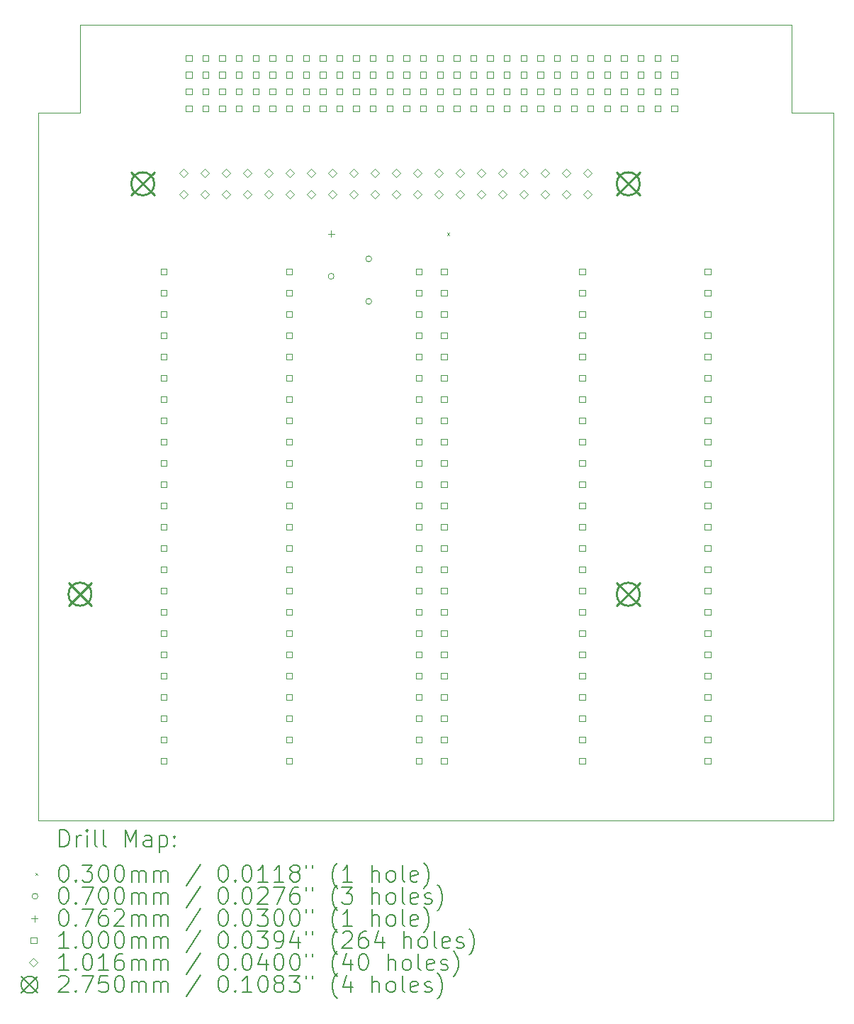
<source format=gbr>
%TF.GenerationSoftware,KiCad,Pcbnew,8.0.0*%
%TF.CreationDate,2025-01-17T00:28:02+02:00*%
%TF.ProjectId,diplomna_2024_pcb_layout,6469706c-6f6d-46e6-915f-323032345f70,rev?*%
%TF.SameCoordinates,Original*%
%TF.FileFunction,Drillmap*%
%TF.FilePolarity,Positive*%
%FSLAX45Y45*%
G04 Gerber Fmt 4.5, Leading zero omitted, Abs format (unit mm)*
G04 Created by KiCad (PCBNEW 8.0.0) date 2025-01-17 00:28:02*
%MOMM*%
%LPD*%
G01*
G04 APERTURE LIST*
%ADD10C,0.050000*%
%ADD11C,0.200000*%
%ADD12C,0.100000*%
%ADD13C,0.101600*%
%ADD14C,0.275000*%
G04 APERTURE END LIST*
D10*
X15600000Y-6100000D02*
X16100000Y-6100000D01*
X25100000Y-14550000D02*
X15600000Y-14550000D01*
X24600000Y-6100000D02*
X25100000Y-6100000D01*
X24600000Y-5050000D02*
X24600000Y-6100000D01*
X16100000Y-5050000D02*
X24600000Y-5050000D01*
X16100000Y-6100000D02*
X16100000Y-5050000D01*
X25100000Y-6100000D02*
X25100000Y-14550000D01*
X15600000Y-14550000D02*
X15600000Y-6100000D01*
D11*
D12*
X20485000Y-7535000D02*
X20515000Y-7565000D01*
X20515000Y-7535000D02*
X20485000Y-7565000D01*
X19135000Y-8054000D02*
G75*
G02*
X19065000Y-8054000I-35000J0D01*
G01*
X19065000Y-8054000D02*
G75*
G02*
X19135000Y-8054000I35000J0D01*
G01*
X19585000Y-7846000D02*
G75*
G02*
X19515000Y-7846000I-35000J0D01*
G01*
X19515000Y-7846000D02*
G75*
G02*
X19585000Y-7846000I35000J0D01*
G01*
X19585000Y-8354000D02*
G75*
G02*
X19515000Y-8354000I-35000J0D01*
G01*
X19515000Y-8354000D02*
G75*
G02*
X19585000Y-8354000I35000J0D01*
G01*
X19100000Y-7507900D02*
X19100000Y-7584100D01*
X19061900Y-7546000D02*
X19138100Y-7546000D01*
X17135356Y-8035356D02*
X17135356Y-7964644D01*
X17064644Y-7964644D01*
X17064644Y-8035356D01*
X17135356Y-8035356D01*
X17135356Y-8289356D02*
X17135356Y-8218644D01*
X17064644Y-8218644D01*
X17064644Y-8289356D01*
X17135356Y-8289356D01*
X17135356Y-8543356D02*
X17135356Y-8472644D01*
X17064644Y-8472644D01*
X17064644Y-8543356D01*
X17135356Y-8543356D01*
X17135356Y-8797356D02*
X17135356Y-8726644D01*
X17064644Y-8726644D01*
X17064644Y-8797356D01*
X17135356Y-8797356D01*
X17135356Y-9051356D02*
X17135356Y-8980644D01*
X17064644Y-8980644D01*
X17064644Y-9051356D01*
X17135356Y-9051356D01*
X17135356Y-9305356D02*
X17135356Y-9234644D01*
X17064644Y-9234644D01*
X17064644Y-9305356D01*
X17135356Y-9305356D01*
X17135356Y-9559356D02*
X17135356Y-9488644D01*
X17064644Y-9488644D01*
X17064644Y-9559356D01*
X17135356Y-9559356D01*
X17135356Y-9813356D02*
X17135356Y-9742644D01*
X17064644Y-9742644D01*
X17064644Y-9813356D01*
X17135356Y-9813356D01*
X17135356Y-10067356D02*
X17135356Y-9996644D01*
X17064644Y-9996644D01*
X17064644Y-10067356D01*
X17135356Y-10067356D01*
X17135356Y-10321356D02*
X17135356Y-10250644D01*
X17064644Y-10250644D01*
X17064644Y-10321356D01*
X17135356Y-10321356D01*
X17135356Y-10575356D02*
X17135356Y-10504644D01*
X17064644Y-10504644D01*
X17064644Y-10575356D01*
X17135356Y-10575356D01*
X17135356Y-10829356D02*
X17135356Y-10758644D01*
X17064644Y-10758644D01*
X17064644Y-10829356D01*
X17135356Y-10829356D01*
X17135356Y-11083356D02*
X17135356Y-11012644D01*
X17064644Y-11012644D01*
X17064644Y-11083356D01*
X17135356Y-11083356D01*
X17135356Y-11337356D02*
X17135356Y-11266644D01*
X17064644Y-11266644D01*
X17064644Y-11337356D01*
X17135356Y-11337356D01*
X17135356Y-11591356D02*
X17135356Y-11520644D01*
X17064644Y-11520644D01*
X17064644Y-11591356D01*
X17135356Y-11591356D01*
X17135356Y-11845356D02*
X17135356Y-11774644D01*
X17064644Y-11774644D01*
X17064644Y-11845356D01*
X17135356Y-11845356D01*
X17135356Y-12099356D02*
X17135356Y-12028644D01*
X17064644Y-12028644D01*
X17064644Y-12099356D01*
X17135356Y-12099356D01*
X17135356Y-12353356D02*
X17135356Y-12282644D01*
X17064644Y-12282644D01*
X17064644Y-12353356D01*
X17135356Y-12353356D01*
X17135356Y-12607356D02*
X17135356Y-12536644D01*
X17064644Y-12536644D01*
X17064644Y-12607356D01*
X17135356Y-12607356D01*
X17135356Y-12861356D02*
X17135356Y-12790644D01*
X17064644Y-12790644D01*
X17064644Y-12861356D01*
X17135356Y-12861356D01*
X17135356Y-13115356D02*
X17135356Y-13044644D01*
X17064644Y-13044644D01*
X17064644Y-13115356D01*
X17135356Y-13115356D01*
X17135356Y-13369356D02*
X17135356Y-13298644D01*
X17064644Y-13298644D01*
X17064644Y-13369356D01*
X17135356Y-13369356D01*
X17135356Y-13623356D02*
X17135356Y-13552644D01*
X17064644Y-13552644D01*
X17064644Y-13623356D01*
X17135356Y-13623356D01*
X17135356Y-13877356D02*
X17135356Y-13806644D01*
X17064644Y-13806644D01*
X17064644Y-13877356D01*
X17135356Y-13877356D01*
X17435356Y-5485356D02*
X17435356Y-5414644D01*
X17364644Y-5414644D01*
X17364644Y-5485356D01*
X17435356Y-5485356D01*
X17435356Y-5685356D02*
X17435356Y-5614644D01*
X17364644Y-5614644D01*
X17364644Y-5685356D01*
X17435356Y-5685356D01*
X17435356Y-5885356D02*
X17435356Y-5814644D01*
X17364644Y-5814644D01*
X17364644Y-5885356D01*
X17435356Y-5885356D01*
X17435356Y-6085356D02*
X17435356Y-6014644D01*
X17364644Y-6014644D01*
X17364644Y-6085356D01*
X17435356Y-6085356D01*
X17635356Y-5485356D02*
X17635356Y-5414644D01*
X17564644Y-5414644D01*
X17564644Y-5485356D01*
X17635356Y-5485356D01*
X17635356Y-5685356D02*
X17635356Y-5614644D01*
X17564644Y-5614644D01*
X17564644Y-5685356D01*
X17635356Y-5685356D01*
X17635356Y-5885356D02*
X17635356Y-5814644D01*
X17564644Y-5814644D01*
X17564644Y-5885356D01*
X17635356Y-5885356D01*
X17635356Y-6085356D02*
X17635356Y-6014644D01*
X17564644Y-6014644D01*
X17564644Y-6085356D01*
X17635356Y-6085356D01*
X17835356Y-5485356D02*
X17835356Y-5414644D01*
X17764644Y-5414644D01*
X17764644Y-5485356D01*
X17835356Y-5485356D01*
X17835356Y-5685356D02*
X17835356Y-5614644D01*
X17764644Y-5614644D01*
X17764644Y-5685356D01*
X17835356Y-5685356D01*
X17835356Y-5885356D02*
X17835356Y-5814644D01*
X17764644Y-5814644D01*
X17764644Y-5885356D01*
X17835356Y-5885356D01*
X17835356Y-6085356D02*
X17835356Y-6014644D01*
X17764644Y-6014644D01*
X17764644Y-6085356D01*
X17835356Y-6085356D01*
X18035356Y-5485356D02*
X18035356Y-5414644D01*
X17964644Y-5414644D01*
X17964644Y-5485356D01*
X18035356Y-5485356D01*
X18035356Y-5685356D02*
X18035356Y-5614644D01*
X17964644Y-5614644D01*
X17964644Y-5685356D01*
X18035356Y-5685356D01*
X18035356Y-5885356D02*
X18035356Y-5814644D01*
X17964644Y-5814644D01*
X17964644Y-5885356D01*
X18035356Y-5885356D01*
X18035356Y-6085356D02*
X18035356Y-6014644D01*
X17964644Y-6014644D01*
X17964644Y-6085356D01*
X18035356Y-6085356D01*
X18235356Y-5485356D02*
X18235356Y-5414644D01*
X18164644Y-5414644D01*
X18164644Y-5485356D01*
X18235356Y-5485356D01*
X18235356Y-5685356D02*
X18235356Y-5614644D01*
X18164644Y-5614644D01*
X18164644Y-5685356D01*
X18235356Y-5685356D01*
X18235356Y-5885356D02*
X18235356Y-5814644D01*
X18164644Y-5814644D01*
X18164644Y-5885356D01*
X18235356Y-5885356D01*
X18235356Y-6085356D02*
X18235356Y-6014644D01*
X18164644Y-6014644D01*
X18164644Y-6085356D01*
X18235356Y-6085356D01*
X18435356Y-5485356D02*
X18435356Y-5414644D01*
X18364644Y-5414644D01*
X18364644Y-5485356D01*
X18435356Y-5485356D01*
X18435356Y-5685356D02*
X18435356Y-5614644D01*
X18364644Y-5614644D01*
X18364644Y-5685356D01*
X18435356Y-5685356D01*
X18435356Y-5885356D02*
X18435356Y-5814644D01*
X18364644Y-5814644D01*
X18364644Y-5885356D01*
X18435356Y-5885356D01*
X18435356Y-6085356D02*
X18435356Y-6014644D01*
X18364644Y-6014644D01*
X18364644Y-6085356D01*
X18435356Y-6085356D01*
X18635356Y-5485356D02*
X18635356Y-5414644D01*
X18564644Y-5414644D01*
X18564644Y-5485356D01*
X18635356Y-5485356D01*
X18635356Y-5685356D02*
X18635356Y-5614644D01*
X18564644Y-5614644D01*
X18564644Y-5685356D01*
X18635356Y-5685356D01*
X18635356Y-5885356D02*
X18635356Y-5814644D01*
X18564644Y-5814644D01*
X18564644Y-5885356D01*
X18635356Y-5885356D01*
X18635356Y-6085356D02*
X18635356Y-6014644D01*
X18564644Y-6014644D01*
X18564644Y-6085356D01*
X18635356Y-6085356D01*
X18635356Y-8033356D02*
X18635356Y-7962644D01*
X18564644Y-7962644D01*
X18564644Y-8033356D01*
X18635356Y-8033356D01*
X18635356Y-8287356D02*
X18635356Y-8216644D01*
X18564644Y-8216644D01*
X18564644Y-8287356D01*
X18635356Y-8287356D01*
X18635356Y-8541356D02*
X18635356Y-8470644D01*
X18564644Y-8470644D01*
X18564644Y-8541356D01*
X18635356Y-8541356D01*
X18635356Y-8795356D02*
X18635356Y-8724644D01*
X18564644Y-8724644D01*
X18564644Y-8795356D01*
X18635356Y-8795356D01*
X18635356Y-9049356D02*
X18635356Y-8978644D01*
X18564644Y-8978644D01*
X18564644Y-9049356D01*
X18635356Y-9049356D01*
X18635356Y-9303356D02*
X18635356Y-9232644D01*
X18564644Y-9232644D01*
X18564644Y-9303356D01*
X18635356Y-9303356D01*
X18635356Y-9557356D02*
X18635356Y-9486644D01*
X18564644Y-9486644D01*
X18564644Y-9557356D01*
X18635356Y-9557356D01*
X18635356Y-9811356D02*
X18635356Y-9740644D01*
X18564644Y-9740644D01*
X18564644Y-9811356D01*
X18635356Y-9811356D01*
X18635356Y-10065356D02*
X18635356Y-9994644D01*
X18564644Y-9994644D01*
X18564644Y-10065356D01*
X18635356Y-10065356D01*
X18635356Y-10319356D02*
X18635356Y-10248644D01*
X18564644Y-10248644D01*
X18564644Y-10319356D01*
X18635356Y-10319356D01*
X18635356Y-10573356D02*
X18635356Y-10502644D01*
X18564644Y-10502644D01*
X18564644Y-10573356D01*
X18635356Y-10573356D01*
X18635356Y-10827356D02*
X18635356Y-10756644D01*
X18564644Y-10756644D01*
X18564644Y-10827356D01*
X18635356Y-10827356D01*
X18635356Y-11081356D02*
X18635356Y-11010644D01*
X18564644Y-11010644D01*
X18564644Y-11081356D01*
X18635356Y-11081356D01*
X18635356Y-11335356D02*
X18635356Y-11264644D01*
X18564644Y-11264644D01*
X18564644Y-11335356D01*
X18635356Y-11335356D01*
X18635356Y-11589356D02*
X18635356Y-11518644D01*
X18564644Y-11518644D01*
X18564644Y-11589356D01*
X18635356Y-11589356D01*
X18635356Y-11843356D02*
X18635356Y-11772644D01*
X18564644Y-11772644D01*
X18564644Y-11843356D01*
X18635356Y-11843356D01*
X18635356Y-12097356D02*
X18635356Y-12026644D01*
X18564644Y-12026644D01*
X18564644Y-12097356D01*
X18635356Y-12097356D01*
X18635356Y-12351356D02*
X18635356Y-12280644D01*
X18564644Y-12280644D01*
X18564644Y-12351356D01*
X18635356Y-12351356D01*
X18635356Y-12605356D02*
X18635356Y-12534644D01*
X18564644Y-12534644D01*
X18564644Y-12605356D01*
X18635356Y-12605356D01*
X18635356Y-12859356D02*
X18635356Y-12788644D01*
X18564644Y-12788644D01*
X18564644Y-12859356D01*
X18635356Y-12859356D01*
X18635356Y-13113356D02*
X18635356Y-13042644D01*
X18564644Y-13042644D01*
X18564644Y-13113356D01*
X18635356Y-13113356D01*
X18635356Y-13367356D02*
X18635356Y-13296644D01*
X18564644Y-13296644D01*
X18564644Y-13367356D01*
X18635356Y-13367356D01*
X18635356Y-13621356D02*
X18635356Y-13550644D01*
X18564644Y-13550644D01*
X18564644Y-13621356D01*
X18635356Y-13621356D01*
X18635356Y-13875356D02*
X18635356Y-13804644D01*
X18564644Y-13804644D01*
X18564644Y-13875356D01*
X18635356Y-13875356D01*
X18835356Y-5485356D02*
X18835356Y-5414644D01*
X18764644Y-5414644D01*
X18764644Y-5485356D01*
X18835356Y-5485356D01*
X18835356Y-5685356D02*
X18835356Y-5614644D01*
X18764644Y-5614644D01*
X18764644Y-5685356D01*
X18835356Y-5685356D01*
X18835356Y-5885356D02*
X18835356Y-5814644D01*
X18764644Y-5814644D01*
X18764644Y-5885356D01*
X18835356Y-5885356D01*
X18835356Y-6085356D02*
X18835356Y-6014644D01*
X18764644Y-6014644D01*
X18764644Y-6085356D01*
X18835356Y-6085356D01*
X19035356Y-5485356D02*
X19035356Y-5414644D01*
X18964644Y-5414644D01*
X18964644Y-5485356D01*
X19035356Y-5485356D01*
X19035356Y-5685356D02*
X19035356Y-5614644D01*
X18964644Y-5614644D01*
X18964644Y-5685356D01*
X19035356Y-5685356D01*
X19035356Y-5885356D02*
X19035356Y-5814644D01*
X18964644Y-5814644D01*
X18964644Y-5885356D01*
X19035356Y-5885356D01*
X19035356Y-6085356D02*
X19035356Y-6014644D01*
X18964644Y-6014644D01*
X18964644Y-6085356D01*
X19035356Y-6085356D01*
X19235356Y-5485356D02*
X19235356Y-5414644D01*
X19164644Y-5414644D01*
X19164644Y-5485356D01*
X19235356Y-5485356D01*
X19235356Y-5685356D02*
X19235356Y-5614644D01*
X19164644Y-5614644D01*
X19164644Y-5685356D01*
X19235356Y-5685356D01*
X19235356Y-5885356D02*
X19235356Y-5814644D01*
X19164644Y-5814644D01*
X19164644Y-5885356D01*
X19235356Y-5885356D01*
X19235356Y-6085356D02*
X19235356Y-6014644D01*
X19164644Y-6014644D01*
X19164644Y-6085356D01*
X19235356Y-6085356D01*
X19435356Y-5485356D02*
X19435356Y-5414644D01*
X19364644Y-5414644D01*
X19364644Y-5485356D01*
X19435356Y-5485356D01*
X19435356Y-5685356D02*
X19435356Y-5614644D01*
X19364644Y-5614644D01*
X19364644Y-5685356D01*
X19435356Y-5685356D01*
X19435356Y-5885356D02*
X19435356Y-5814644D01*
X19364644Y-5814644D01*
X19364644Y-5885356D01*
X19435356Y-5885356D01*
X19435356Y-6085356D02*
X19435356Y-6014644D01*
X19364644Y-6014644D01*
X19364644Y-6085356D01*
X19435356Y-6085356D01*
X19635356Y-5485356D02*
X19635356Y-5414644D01*
X19564644Y-5414644D01*
X19564644Y-5485356D01*
X19635356Y-5485356D01*
X19635356Y-5685356D02*
X19635356Y-5614644D01*
X19564644Y-5614644D01*
X19564644Y-5685356D01*
X19635356Y-5685356D01*
X19635356Y-5885356D02*
X19635356Y-5814644D01*
X19564644Y-5814644D01*
X19564644Y-5885356D01*
X19635356Y-5885356D01*
X19635356Y-6085356D02*
X19635356Y-6014644D01*
X19564644Y-6014644D01*
X19564644Y-6085356D01*
X19635356Y-6085356D01*
X19835356Y-5485356D02*
X19835356Y-5414644D01*
X19764644Y-5414644D01*
X19764644Y-5485356D01*
X19835356Y-5485356D01*
X19835356Y-5685356D02*
X19835356Y-5614644D01*
X19764644Y-5614644D01*
X19764644Y-5685356D01*
X19835356Y-5685356D01*
X19835356Y-5885356D02*
X19835356Y-5814644D01*
X19764644Y-5814644D01*
X19764644Y-5885356D01*
X19835356Y-5885356D01*
X19835356Y-6085356D02*
X19835356Y-6014644D01*
X19764644Y-6014644D01*
X19764644Y-6085356D01*
X19835356Y-6085356D01*
X20035356Y-5485356D02*
X20035356Y-5414644D01*
X19964644Y-5414644D01*
X19964644Y-5485356D01*
X20035356Y-5485356D01*
X20035356Y-5685356D02*
X20035356Y-5614644D01*
X19964644Y-5614644D01*
X19964644Y-5685356D01*
X20035356Y-5685356D01*
X20035356Y-5885356D02*
X20035356Y-5814644D01*
X19964644Y-5814644D01*
X19964644Y-5885356D01*
X20035356Y-5885356D01*
X20035356Y-6085356D02*
X20035356Y-6014644D01*
X19964644Y-6014644D01*
X19964644Y-6085356D01*
X20035356Y-6085356D01*
X20185356Y-8033356D02*
X20185356Y-7962644D01*
X20114644Y-7962644D01*
X20114644Y-8033356D01*
X20185356Y-8033356D01*
X20185356Y-8287356D02*
X20185356Y-8216644D01*
X20114644Y-8216644D01*
X20114644Y-8287356D01*
X20185356Y-8287356D01*
X20185356Y-8541356D02*
X20185356Y-8470644D01*
X20114644Y-8470644D01*
X20114644Y-8541356D01*
X20185356Y-8541356D01*
X20185356Y-8795356D02*
X20185356Y-8724644D01*
X20114644Y-8724644D01*
X20114644Y-8795356D01*
X20185356Y-8795356D01*
X20185356Y-9049356D02*
X20185356Y-8978644D01*
X20114644Y-8978644D01*
X20114644Y-9049356D01*
X20185356Y-9049356D01*
X20185356Y-9303356D02*
X20185356Y-9232644D01*
X20114644Y-9232644D01*
X20114644Y-9303356D01*
X20185356Y-9303356D01*
X20185356Y-9557356D02*
X20185356Y-9486644D01*
X20114644Y-9486644D01*
X20114644Y-9557356D01*
X20185356Y-9557356D01*
X20185356Y-9811356D02*
X20185356Y-9740644D01*
X20114644Y-9740644D01*
X20114644Y-9811356D01*
X20185356Y-9811356D01*
X20185356Y-10065356D02*
X20185356Y-9994644D01*
X20114644Y-9994644D01*
X20114644Y-10065356D01*
X20185356Y-10065356D01*
X20185356Y-10319356D02*
X20185356Y-10248644D01*
X20114644Y-10248644D01*
X20114644Y-10319356D01*
X20185356Y-10319356D01*
X20185356Y-10573356D02*
X20185356Y-10502644D01*
X20114644Y-10502644D01*
X20114644Y-10573356D01*
X20185356Y-10573356D01*
X20185356Y-10827356D02*
X20185356Y-10756644D01*
X20114644Y-10756644D01*
X20114644Y-10827356D01*
X20185356Y-10827356D01*
X20185356Y-11081356D02*
X20185356Y-11010644D01*
X20114644Y-11010644D01*
X20114644Y-11081356D01*
X20185356Y-11081356D01*
X20185356Y-11335356D02*
X20185356Y-11264644D01*
X20114644Y-11264644D01*
X20114644Y-11335356D01*
X20185356Y-11335356D01*
X20185356Y-11589356D02*
X20185356Y-11518644D01*
X20114644Y-11518644D01*
X20114644Y-11589356D01*
X20185356Y-11589356D01*
X20185356Y-11843356D02*
X20185356Y-11772644D01*
X20114644Y-11772644D01*
X20114644Y-11843356D01*
X20185356Y-11843356D01*
X20185356Y-12097356D02*
X20185356Y-12026644D01*
X20114644Y-12026644D01*
X20114644Y-12097356D01*
X20185356Y-12097356D01*
X20185356Y-12351356D02*
X20185356Y-12280644D01*
X20114644Y-12280644D01*
X20114644Y-12351356D01*
X20185356Y-12351356D01*
X20185356Y-12605356D02*
X20185356Y-12534644D01*
X20114644Y-12534644D01*
X20114644Y-12605356D01*
X20185356Y-12605356D01*
X20185356Y-12859356D02*
X20185356Y-12788644D01*
X20114644Y-12788644D01*
X20114644Y-12859356D01*
X20185356Y-12859356D01*
X20185356Y-13113356D02*
X20185356Y-13042644D01*
X20114644Y-13042644D01*
X20114644Y-13113356D01*
X20185356Y-13113356D01*
X20185356Y-13367356D02*
X20185356Y-13296644D01*
X20114644Y-13296644D01*
X20114644Y-13367356D01*
X20185356Y-13367356D01*
X20185356Y-13621356D02*
X20185356Y-13550644D01*
X20114644Y-13550644D01*
X20114644Y-13621356D01*
X20185356Y-13621356D01*
X20185356Y-13875356D02*
X20185356Y-13804644D01*
X20114644Y-13804644D01*
X20114644Y-13875356D01*
X20185356Y-13875356D01*
X20235356Y-5485356D02*
X20235356Y-5414644D01*
X20164644Y-5414644D01*
X20164644Y-5485356D01*
X20235356Y-5485356D01*
X20235356Y-5685356D02*
X20235356Y-5614644D01*
X20164644Y-5614644D01*
X20164644Y-5685356D01*
X20235356Y-5685356D01*
X20235356Y-5885356D02*
X20235356Y-5814644D01*
X20164644Y-5814644D01*
X20164644Y-5885356D01*
X20235356Y-5885356D01*
X20235356Y-6085356D02*
X20235356Y-6014644D01*
X20164644Y-6014644D01*
X20164644Y-6085356D01*
X20235356Y-6085356D01*
X20435356Y-5485356D02*
X20435356Y-5414644D01*
X20364644Y-5414644D01*
X20364644Y-5485356D01*
X20435356Y-5485356D01*
X20435356Y-5685356D02*
X20435356Y-5614644D01*
X20364644Y-5614644D01*
X20364644Y-5685356D01*
X20435356Y-5685356D01*
X20435356Y-5885356D02*
X20435356Y-5814644D01*
X20364644Y-5814644D01*
X20364644Y-5885356D01*
X20435356Y-5885356D01*
X20435356Y-6085356D02*
X20435356Y-6014644D01*
X20364644Y-6014644D01*
X20364644Y-6085356D01*
X20435356Y-6085356D01*
X20485356Y-8033356D02*
X20485356Y-7962644D01*
X20414644Y-7962644D01*
X20414644Y-8033356D01*
X20485356Y-8033356D01*
X20485356Y-8287356D02*
X20485356Y-8216644D01*
X20414644Y-8216644D01*
X20414644Y-8287356D01*
X20485356Y-8287356D01*
X20485356Y-8541356D02*
X20485356Y-8470644D01*
X20414644Y-8470644D01*
X20414644Y-8541356D01*
X20485356Y-8541356D01*
X20485356Y-8795356D02*
X20485356Y-8724644D01*
X20414644Y-8724644D01*
X20414644Y-8795356D01*
X20485356Y-8795356D01*
X20485356Y-9049356D02*
X20485356Y-8978644D01*
X20414644Y-8978644D01*
X20414644Y-9049356D01*
X20485356Y-9049356D01*
X20485356Y-9303356D02*
X20485356Y-9232644D01*
X20414644Y-9232644D01*
X20414644Y-9303356D01*
X20485356Y-9303356D01*
X20485356Y-9557356D02*
X20485356Y-9486644D01*
X20414644Y-9486644D01*
X20414644Y-9557356D01*
X20485356Y-9557356D01*
X20485356Y-9811356D02*
X20485356Y-9740644D01*
X20414644Y-9740644D01*
X20414644Y-9811356D01*
X20485356Y-9811356D01*
X20485356Y-10065356D02*
X20485356Y-9994644D01*
X20414644Y-9994644D01*
X20414644Y-10065356D01*
X20485356Y-10065356D01*
X20485356Y-10319356D02*
X20485356Y-10248644D01*
X20414644Y-10248644D01*
X20414644Y-10319356D01*
X20485356Y-10319356D01*
X20485356Y-10573356D02*
X20485356Y-10502644D01*
X20414644Y-10502644D01*
X20414644Y-10573356D01*
X20485356Y-10573356D01*
X20485356Y-10827356D02*
X20485356Y-10756644D01*
X20414644Y-10756644D01*
X20414644Y-10827356D01*
X20485356Y-10827356D01*
X20485356Y-11081356D02*
X20485356Y-11010644D01*
X20414644Y-11010644D01*
X20414644Y-11081356D01*
X20485356Y-11081356D01*
X20485356Y-11335356D02*
X20485356Y-11264644D01*
X20414644Y-11264644D01*
X20414644Y-11335356D01*
X20485356Y-11335356D01*
X20485356Y-11589356D02*
X20485356Y-11518644D01*
X20414644Y-11518644D01*
X20414644Y-11589356D01*
X20485356Y-11589356D01*
X20485356Y-11843356D02*
X20485356Y-11772644D01*
X20414644Y-11772644D01*
X20414644Y-11843356D01*
X20485356Y-11843356D01*
X20485356Y-12097356D02*
X20485356Y-12026644D01*
X20414644Y-12026644D01*
X20414644Y-12097356D01*
X20485356Y-12097356D01*
X20485356Y-12351356D02*
X20485356Y-12280644D01*
X20414644Y-12280644D01*
X20414644Y-12351356D01*
X20485356Y-12351356D01*
X20485356Y-12605356D02*
X20485356Y-12534644D01*
X20414644Y-12534644D01*
X20414644Y-12605356D01*
X20485356Y-12605356D01*
X20485356Y-12859356D02*
X20485356Y-12788644D01*
X20414644Y-12788644D01*
X20414644Y-12859356D01*
X20485356Y-12859356D01*
X20485356Y-13113356D02*
X20485356Y-13042644D01*
X20414644Y-13042644D01*
X20414644Y-13113356D01*
X20485356Y-13113356D01*
X20485356Y-13367356D02*
X20485356Y-13296644D01*
X20414644Y-13296644D01*
X20414644Y-13367356D01*
X20485356Y-13367356D01*
X20485356Y-13621356D02*
X20485356Y-13550644D01*
X20414644Y-13550644D01*
X20414644Y-13621356D01*
X20485356Y-13621356D01*
X20485356Y-13875356D02*
X20485356Y-13804644D01*
X20414644Y-13804644D01*
X20414644Y-13875356D01*
X20485356Y-13875356D01*
X20635356Y-5485356D02*
X20635356Y-5414644D01*
X20564644Y-5414644D01*
X20564644Y-5485356D01*
X20635356Y-5485356D01*
X20635356Y-5685356D02*
X20635356Y-5614644D01*
X20564644Y-5614644D01*
X20564644Y-5685356D01*
X20635356Y-5685356D01*
X20635356Y-5885356D02*
X20635356Y-5814644D01*
X20564644Y-5814644D01*
X20564644Y-5885356D01*
X20635356Y-5885356D01*
X20635356Y-6085356D02*
X20635356Y-6014644D01*
X20564644Y-6014644D01*
X20564644Y-6085356D01*
X20635356Y-6085356D01*
X20835356Y-5485356D02*
X20835356Y-5414644D01*
X20764644Y-5414644D01*
X20764644Y-5485356D01*
X20835356Y-5485356D01*
X20835356Y-5685356D02*
X20835356Y-5614644D01*
X20764644Y-5614644D01*
X20764644Y-5685356D01*
X20835356Y-5685356D01*
X20835356Y-5885356D02*
X20835356Y-5814644D01*
X20764644Y-5814644D01*
X20764644Y-5885356D01*
X20835356Y-5885356D01*
X20835356Y-6085356D02*
X20835356Y-6014644D01*
X20764644Y-6014644D01*
X20764644Y-6085356D01*
X20835356Y-6085356D01*
X21035356Y-5485356D02*
X21035356Y-5414644D01*
X20964644Y-5414644D01*
X20964644Y-5485356D01*
X21035356Y-5485356D01*
X21035356Y-5685356D02*
X21035356Y-5614644D01*
X20964644Y-5614644D01*
X20964644Y-5685356D01*
X21035356Y-5685356D01*
X21035356Y-5885356D02*
X21035356Y-5814644D01*
X20964644Y-5814644D01*
X20964644Y-5885356D01*
X21035356Y-5885356D01*
X21035356Y-6085356D02*
X21035356Y-6014644D01*
X20964644Y-6014644D01*
X20964644Y-6085356D01*
X21035356Y-6085356D01*
X21235356Y-5485356D02*
X21235356Y-5414644D01*
X21164644Y-5414644D01*
X21164644Y-5485356D01*
X21235356Y-5485356D01*
X21235356Y-5685356D02*
X21235356Y-5614644D01*
X21164644Y-5614644D01*
X21164644Y-5685356D01*
X21235356Y-5685356D01*
X21235356Y-5885356D02*
X21235356Y-5814644D01*
X21164644Y-5814644D01*
X21164644Y-5885356D01*
X21235356Y-5885356D01*
X21235356Y-6085356D02*
X21235356Y-6014644D01*
X21164644Y-6014644D01*
X21164644Y-6085356D01*
X21235356Y-6085356D01*
X21435356Y-5485356D02*
X21435356Y-5414644D01*
X21364644Y-5414644D01*
X21364644Y-5485356D01*
X21435356Y-5485356D01*
X21435356Y-5685356D02*
X21435356Y-5614644D01*
X21364644Y-5614644D01*
X21364644Y-5685356D01*
X21435356Y-5685356D01*
X21435356Y-5885356D02*
X21435356Y-5814644D01*
X21364644Y-5814644D01*
X21364644Y-5885356D01*
X21435356Y-5885356D01*
X21435356Y-6085356D02*
X21435356Y-6014644D01*
X21364644Y-6014644D01*
X21364644Y-6085356D01*
X21435356Y-6085356D01*
X21635356Y-5485356D02*
X21635356Y-5414644D01*
X21564644Y-5414644D01*
X21564644Y-5485356D01*
X21635356Y-5485356D01*
X21635356Y-5685356D02*
X21635356Y-5614644D01*
X21564644Y-5614644D01*
X21564644Y-5685356D01*
X21635356Y-5685356D01*
X21635356Y-5885356D02*
X21635356Y-5814644D01*
X21564644Y-5814644D01*
X21564644Y-5885356D01*
X21635356Y-5885356D01*
X21635356Y-6085356D02*
X21635356Y-6014644D01*
X21564644Y-6014644D01*
X21564644Y-6085356D01*
X21635356Y-6085356D01*
X21835356Y-5485356D02*
X21835356Y-5414644D01*
X21764644Y-5414644D01*
X21764644Y-5485356D01*
X21835356Y-5485356D01*
X21835356Y-5685356D02*
X21835356Y-5614644D01*
X21764644Y-5614644D01*
X21764644Y-5685356D01*
X21835356Y-5685356D01*
X21835356Y-5885356D02*
X21835356Y-5814644D01*
X21764644Y-5814644D01*
X21764644Y-5885356D01*
X21835356Y-5885356D01*
X21835356Y-6085356D02*
X21835356Y-6014644D01*
X21764644Y-6014644D01*
X21764644Y-6085356D01*
X21835356Y-6085356D01*
X22035356Y-5485356D02*
X22035356Y-5414644D01*
X21964644Y-5414644D01*
X21964644Y-5485356D01*
X22035356Y-5485356D01*
X22035356Y-5685356D02*
X22035356Y-5614644D01*
X21964644Y-5614644D01*
X21964644Y-5685356D01*
X22035356Y-5685356D01*
X22035356Y-5885356D02*
X22035356Y-5814644D01*
X21964644Y-5814644D01*
X21964644Y-5885356D01*
X22035356Y-5885356D01*
X22035356Y-6085356D02*
X22035356Y-6014644D01*
X21964644Y-6014644D01*
X21964644Y-6085356D01*
X22035356Y-6085356D01*
X22135356Y-8033356D02*
X22135356Y-7962644D01*
X22064644Y-7962644D01*
X22064644Y-8033356D01*
X22135356Y-8033356D01*
X22135356Y-8287356D02*
X22135356Y-8216644D01*
X22064644Y-8216644D01*
X22064644Y-8287356D01*
X22135356Y-8287356D01*
X22135356Y-8541356D02*
X22135356Y-8470644D01*
X22064644Y-8470644D01*
X22064644Y-8541356D01*
X22135356Y-8541356D01*
X22135356Y-8795356D02*
X22135356Y-8724644D01*
X22064644Y-8724644D01*
X22064644Y-8795356D01*
X22135356Y-8795356D01*
X22135356Y-9049356D02*
X22135356Y-8978644D01*
X22064644Y-8978644D01*
X22064644Y-9049356D01*
X22135356Y-9049356D01*
X22135356Y-9303356D02*
X22135356Y-9232644D01*
X22064644Y-9232644D01*
X22064644Y-9303356D01*
X22135356Y-9303356D01*
X22135356Y-9557356D02*
X22135356Y-9486644D01*
X22064644Y-9486644D01*
X22064644Y-9557356D01*
X22135356Y-9557356D01*
X22135356Y-9811356D02*
X22135356Y-9740644D01*
X22064644Y-9740644D01*
X22064644Y-9811356D01*
X22135356Y-9811356D01*
X22135356Y-10065356D02*
X22135356Y-9994644D01*
X22064644Y-9994644D01*
X22064644Y-10065356D01*
X22135356Y-10065356D01*
X22135356Y-10319356D02*
X22135356Y-10248644D01*
X22064644Y-10248644D01*
X22064644Y-10319356D01*
X22135356Y-10319356D01*
X22135356Y-10573356D02*
X22135356Y-10502644D01*
X22064644Y-10502644D01*
X22064644Y-10573356D01*
X22135356Y-10573356D01*
X22135356Y-10827356D02*
X22135356Y-10756644D01*
X22064644Y-10756644D01*
X22064644Y-10827356D01*
X22135356Y-10827356D01*
X22135356Y-11081356D02*
X22135356Y-11010644D01*
X22064644Y-11010644D01*
X22064644Y-11081356D01*
X22135356Y-11081356D01*
X22135356Y-11335356D02*
X22135356Y-11264644D01*
X22064644Y-11264644D01*
X22064644Y-11335356D01*
X22135356Y-11335356D01*
X22135356Y-11589356D02*
X22135356Y-11518644D01*
X22064644Y-11518644D01*
X22064644Y-11589356D01*
X22135356Y-11589356D01*
X22135356Y-11843356D02*
X22135356Y-11772644D01*
X22064644Y-11772644D01*
X22064644Y-11843356D01*
X22135356Y-11843356D01*
X22135356Y-12097356D02*
X22135356Y-12026644D01*
X22064644Y-12026644D01*
X22064644Y-12097356D01*
X22135356Y-12097356D01*
X22135356Y-12351356D02*
X22135356Y-12280644D01*
X22064644Y-12280644D01*
X22064644Y-12351356D01*
X22135356Y-12351356D01*
X22135356Y-12605356D02*
X22135356Y-12534644D01*
X22064644Y-12534644D01*
X22064644Y-12605356D01*
X22135356Y-12605356D01*
X22135356Y-12859356D02*
X22135356Y-12788644D01*
X22064644Y-12788644D01*
X22064644Y-12859356D01*
X22135356Y-12859356D01*
X22135356Y-13113356D02*
X22135356Y-13042644D01*
X22064644Y-13042644D01*
X22064644Y-13113356D01*
X22135356Y-13113356D01*
X22135356Y-13367356D02*
X22135356Y-13296644D01*
X22064644Y-13296644D01*
X22064644Y-13367356D01*
X22135356Y-13367356D01*
X22135356Y-13621356D02*
X22135356Y-13550644D01*
X22064644Y-13550644D01*
X22064644Y-13621356D01*
X22135356Y-13621356D01*
X22135356Y-13875356D02*
X22135356Y-13804644D01*
X22064644Y-13804644D01*
X22064644Y-13875356D01*
X22135356Y-13875356D01*
X22235356Y-5485356D02*
X22235356Y-5414644D01*
X22164644Y-5414644D01*
X22164644Y-5485356D01*
X22235356Y-5485356D01*
X22235356Y-5685356D02*
X22235356Y-5614644D01*
X22164644Y-5614644D01*
X22164644Y-5685356D01*
X22235356Y-5685356D01*
X22235356Y-5885356D02*
X22235356Y-5814644D01*
X22164644Y-5814644D01*
X22164644Y-5885356D01*
X22235356Y-5885356D01*
X22235356Y-6085356D02*
X22235356Y-6014644D01*
X22164644Y-6014644D01*
X22164644Y-6085356D01*
X22235356Y-6085356D01*
X22435356Y-5485356D02*
X22435356Y-5414644D01*
X22364644Y-5414644D01*
X22364644Y-5485356D01*
X22435356Y-5485356D01*
X22435356Y-5685356D02*
X22435356Y-5614644D01*
X22364644Y-5614644D01*
X22364644Y-5685356D01*
X22435356Y-5685356D01*
X22435356Y-5885356D02*
X22435356Y-5814644D01*
X22364644Y-5814644D01*
X22364644Y-5885356D01*
X22435356Y-5885356D01*
X22435356Y-6085356D02*
X22435356Y-6014644D01*
X22364644Y-6014644D01*
X22364644Y-6085356D01*
X22435356Y-6085356D01*
X22635356Y-5485356D02*
X22635356Y-5414644D01*
X22564644Y-5414644D01*
X22564644Y-5485356D01*
X22635356Y-5485356D01*
X22635356Y-5685356D02*
X22635356Y-5614644D01*
X22564644Y-5614644D01*
X22564644Y-5685356D01*
X22635356Y-5685356D01*
X22635356Y-5885356D02*
X22635356Y-5814644D01*
X22564644Y-5814644D01*
X22564644Y-5885356D01*
X22635356Y-5885356D01*
X22635356Y-6085356D02*
X22635356Y-6014644D01*
X22564644Y-6014644D01*
X22564644Y-6085356D01*
X22635356Y-6085356D01*
X22835356Y-5485356D02*
X22835356Y-5414644D01*
X22764644Y-5414644D01*
X22764644Y-5485356D01*
X22835356Y-5485356D01*
X22835356Y-5685356D02*
X22835356Y-5614644D01*
X22764644Y-5614644D01*
X22764644Y-5685356D01*
X22835356Y-5685356D01*
X22835356Y-5885356D02*
X22835356Y-5814644D01*
X22764644Y-5814644D01*
X22764644Y-5885356D01*
X22835356Y-5885356D01*
X22835356Y-6085356D02*
X22835356Y-6014644D01*
X22764644Y-6014644D01*
X22764644Y-6085356D01*
X22835356Y-6085356D01*
X23035356Y-5485356D02*
X23035356Y-5414644D01*
X22964644Y-5414644D01*
X22964644Y-5485356D01*
X23035356Y-5485356D01*
X23035356Y-5685356D02*
X23035356Y-5614644D01*
X22964644Y-5614644D01*
X22964644Y-5685356D01*
X23035356Y-5685356D01*
X23035356Y-5885356D02*
X23035356Y-5814644D01*
X22964644Y-5814644D01*
X22964644Y-5885356D01*
X23035356Y-5885356D01*
X23035356Y-6085356D02*
X23035356Y-6014644D01*
X22964644Y-6014644D01*
X22964644Y-6085356D01*
X23035356Y-6085356D01*
X23235356Y-5485356D02*
X23235356Y-5414644D01*
X23164644Y-5414644D01*
X23164644Y-5485356D01*
X23235356Y-5485356D01*
X23235356Y-5685356D02*
X23235356Y-5614644D01*
X23164644Y-5614644D01*
X23164644Y-5685356D01*
X23235356Y-5685356D01*
X23235356Y-5885356D02*
X23235356Y-5814644D01*
X23164644Y-5814644D01*
X23164644Y-5885356D01*
X23235356Y-5885356D01*
X23235356Y-6085356D02*
X23235356Y-6014644D01*
X23164644Y-6014644D01*
X23164644Y-6085356D01*
X23235356Y-6085356D01*
X23635356Y-8033356D02*
X23635356Y-7962644D01*
X23564644Y-7962644D01*
X23564644Y-8033356D01*
X23635356Y-8033356D01*
X23635356Y-8287356D02*
X23635356Y-8216644D01*
X23564644Y-8216644D01*
X23564644Y-8287356D01*
X23635356Y-8287356D01*
X23635356Y-8541356D02*
X23635356Y-8470644D01*
X23564644Y-8470644D01*
X23564644Y-8541356D01*
X23635356Y-8541356D01*
X23635356Y-8795356D02*
X23635356Y-8724644D01*
X23564644Y-8724644D01*
X23564644Y-8795356D01*
X23635356Y-8795356D01*
X23635356Y-9049356D02*
X23635356Y-8978644D01*
X23564644Y-8978644D01*
X23564644Y-9049356D01*
X23635356Y-9049356D01*
X23635356Y-9303356D02*
X23635356Y-9232644D01*
X23564644Y-9232644D01*
X23564644Y-9303356D01*
X23635356Y-9303356D01*
X23635356Y-9557356D02*
X23635356Y-9486644D01*
X23564644Y-9486644D01*
X23564644Y-9557356D01*
X23635356Y-9557356D01*
X23635356Y-9811356D02*
X23635356Y-9740644D01*
X23564644Y-9740644D01*
X23564644Y-9811356D01*
X23635356Y-9811356D01*
X23635356Y-10065356D02*
X23635356Y-9994644D01*
X23564644Y-9994644D01*
X23564644Y-10065356D01*
X23635356Y-10065356D01*
X23635356Y-10319356D02*
X23635356Y-10248644D01*
X23564644Y-10248644D01*
X23564644Y-10319356D01*
X23635356Y-10319356D01*
X23635356Y-10573356D02*
X23635356Y-10502644D01*
X23564644Y-10502644D01*
X23564644Y-10573356D01*
X23635356Y-10573356D01*
X23635356Y-10827356D02*
X23635356Y-10756644D01*
X23564644Y-10756644D01*
X23564644Y-10827356D01*
X23635356Y-10827356D01*
X23635356Y-11081356D02*
X23635356Y-11010644D01*
X23564644Y-11010644D01*
X23564644Y-11081356D01*
X23635356Y-11081356D01*
X23635356Y-11335356D02*
X23635356Y-11264644D01*
X23564644Y-11264644D01*
X23564644Y-11335356D01*
X23635356Y-11335356D01*
X23635356Y-11589356D02*
X23635356Y-11518644D01*
X23564644Y-11518644D01*
X23564644Y-11589356D01*
X23635356Y-11589356D01*
X23635356Y-11843356D02*
X23635356Y-11772644D01*
X23564644Y-11772644D01*
X23564644Y-11843356D01*
X23635356Y-11843356D01*
X23635356Y-12097356D02*
X23635356Y-12026644D01*
X23564644Y-12026644D01*
X23564644Y-12097356D01*
X23635356Y-12097356D01*
X23635356Y-12351356D02*
X23635356Y-12280644D01*
X23564644Y-12280644D01*
X23564644Y-12351356D01*
X23635356Y-12351356D01*
X23635356Y-12605356D02*
X23635356Y-12534644D01*
X23564644Y-12534644D01*
X23564644Y-12605356D01*
X23635356Y-12605356D01*
X23635356Y-12859356D02*
X23635356Y-12788644D01*
X23564644Y-12788644D01*
X23564644Y-12859356D01*
X23635356Y-12859356D01*
X23635356Y-13113356D02*
X23635356Y-13042644D01*
X23564644Y-13042644D01*
X23564644Y-13113356D01*
X23635356Y-13113356D01*
X23635356Y-13367356D02*
X23635356Y-13296644D01*
X23564644Y-13296644D01*
X23564644Y-13367356D01*
X23635356Y-13367356D01*
X23635356Y-13621356D02*
X23635356Y-13550644D01*
X23564644Y-13550644D01*
X23564644Y-13621356D01*
X23635356Y-13621356D01*
X23635356Y-13875356D02*
X23635356Y-13804644D01*
X23564644Y-13804644D01*
X23564644Y-13875356D01*
X23635356Y-13875356D01*
D13*
X17337000Y-6873800D02*
X17387800Y-6823000D01*
X17337000Y-6772200D01*
X17286200Y-6823000D01*
X17337000Y-6873800D01*
X17337000Y-7127800D02*
X17387800Y-7077000D01*
X17337000Y-7026200D01*
X17286200Y-7077000D01*
X17337000Y-7127800D01*
X17591000Y-6873800D02*
X17641800Y-6823000D01*
X17591000Y-6772200D01*
X17540200Y-6823000D01*
X17591000Y-6873800D01*
X17591000Y-7127800D02*
X17641800Y-7077000D01*
X17591000Y-7026200D01*
X17540200Y-7077000D01*
X17591000Y-7127800D01*
X17845000Y-6873800D02*
X17895800Y-6823000D01*
X17845000Y-6772200D01*
X17794200Y-6823000D01*
X17845000Y-6873800D01*
X17845000Y-7127800D02*
X17895800Y-7077000D01*
X17845000Y-7026200D01*
X17794200Y-7077000D01*
X17845000Y-7127800D01*
X18099000Y-6873800D02*
X18149800Y-6823000D01*
X18099000Y-6772200D01*
X18048200Y-6823000D01*
X18099000Y-6873800D01*
X18099000Y-7127800D02*
X18149800Y-7077000D01*
X18099000Y-7026200D01*
X18048200Y-7077000D01*
X18099000Y-7127800D01*
X18353000Y-6873800D02*
X18403800Y-6823000D01*
X18353000Y-6772200D01*
X18302200Y-6823000D01*
X18353000Y-6873800D01*
X18353000Y-7127800D02*
X18403800Y-7077000D01*
X18353000Y-7026200D01*
X18302200Y-7077000D01*
X18353000Y-7127800D01*
X18607000Y-6873800D02*
X18657800Y-6823000D01*
X18607000Y-6772200D01*
X18556200Y-6823000D01*
X18607000Y-6873800D01*
X18607000Y-7127800D02*
X18657800Y-7077000D01*
X18607000Y-7026200D01*
X18556200Y-7077000D01*
X18607000Y-7127800D01*
X18861000Y-6873800D02*
X18911800Y-6823000D01*
X18861000Y-6772200D01*
X18810200Y-6823000D01*
X18861000Y-6873800D01*
X18861000Y-7127800D02*
X18911800Y-7077000D01*
X18861000Y-7026200D01*
X18810200Y-7077000D01*
X18861000Y-7127800D01*
X19115000Y-6873800D02*
X19165800Y-6823000D01*
X19115000Y-6772200D01*
X19064200Y-6823000D01*
X19115000Y-6873800D01*
X19115000Y-7127800D02*
X19165800Y-7077000D01*
X19115000Y-7026200D01*
X19064200Y-7077000D01*
X19115000Y-7127800D01*
X19369000Y-6873800D02*
X19419800Y-6823000D01*
X19369000Y-6772200D01*
X19318200Y-6823000D01*
X19369000Y-6873800D01*
X19369000Y-7127800D02*
X19419800Y-7077000D01*
X19369000Y-7026200D01*
X19318200Y-7077000D01*
X19369000Y-7127800D01*
X19623000Y-6873800D02*
X19673800Y-6823000D01*
X19623000Y-6772200D01*
X19572200Y-6823000D01*
X19623000Y-6873800D01*
X19623000Y-7127800D02*
X19673800Y-7077000D01*
X19623000Y-7026200D01*
X19572200Y-7077000D01*
X19623000Y-7127800D01*
X19877000Y-6873800D02*
X19927800Y-6823000D01*
X19877000Y-6772200D01*
X19826200Y-6823000D01*
X19877000Y-6873800D01*
X19877000Y-7127800D02*
X19927800Y-7077000D01*
X19877000Y-7026200D01*
X19826200Y-7077000D01*
X19877000Y-7127800D01*
X20131000Y-6873800D02*
X20181800Y-6823000D01*
X20131000Y-6772200D01*
X20080200Y-6823000D01*
X20131000Y-6873800D01*
X20131000Y-7127800D02*
X20181800Y-7077000D01*
X20131000Y-7026200D01*
X20080200Y-7077000D01*
X20131000Y-7127800D01*
X20385000Y-6873800D02*
X20435800Y-6823000D01*
X20385000Y-6772200D01*
X20334200Y-6823000D01*
X20385000Y-6873800D01*
X20385000Y-7127800D02*
X20435800Y-7077000D01*
X20385000Y-7026200D01*
X20334200Y-7077000D01*
X20385000Y-7127800D01*
X20639000Y-6873800D02*
X20689800Y-6823000D01*
X20639000Y-6772200D01*
X20588200Y-6823000D01*
X20639000Y-6873800D01*
X20639000Y-7127800D02*
X20689800Y-7077000D01*
X20639000Y-7026200D01*
X20588200Y-7077000D01*
X20639000Y-7127800D01*
X20893000Y-6873800D02*
X20943800Y-6823000D01*
X20893000Y-6772200D01*
X20842200Y-6823000D01*
X20893000Y-6873800D01*
X20893000Y-7127800D02*
X20943800Y-7077000D01*
X20893000Y-7026200D01*
X20842200Y-7077000D01*
X20893000Y-7127800D01*
X21147000Y-6873800D02*
X21197800Y-6823000D01*
X21147000Y-6772200D01*
X21096200Y-6823000D01*
X21147000Y-6873800D01*
X21147000Y-7127800D02*
X21197800Y-7077000D01*
X21147000Y-7026200D01*
X21096200Y-7077000D01*
X21147000Y-7127800D01*
X21401000Y-6873800D02*
X21451800Y-6823000D01*
X21401000Y-6772200D01*
X21350200Y-6823000D01*
X21401000Y-6873800D01*
X21401000Y-7127800D02*
X21451800Y-7077000D01*
X21401000Y-7026200D01*
X21350200Y-7077000D01*
X21401000Y-7127800D01*
X21655000Y-6873800D02*
X21705800Y-6823000D01*
X21655000Y-6772200D01*
X21604200Y-6823000D01*
X21655000Y-6873800D01*
X21655000Y-7127800D02*
X21705800Y-7077000D01*
X21655000Y-7026200D01*
X21604200Y-7077000D01*
X21655000Y-7127800D01*
X21909000Y-6873800D02*
X21959800Y-6823000D01*
X21909000Y-6772200D01*
X21858200Y-6823000D01*
X21909000Y-6873800D01*
X21909000Y-7127800D02*
X21959800Y-7077000D01*
X21909000Y-7026200D01*
X21858200Y-7077000D01*
X21909000Y-7127800D01*
X22163000Y-6873800D02*
X22213800Y-6823000D01*
X22163000Y-6772200D01*
X22112200Y-6823000D01*
X22163000Y-6873800D01*
X22163000Y-7127800D02*
X22213800Y-7077000D01*
X22163000Y-7026200D01*
X22112200Y-7077000D01*
X22163000Y-7127800D01*
D14*
X15962500Y-11712500D02*
X16237500Y-11987500D01*
X16237500Y-11712500D02*
X15962500Y-11987500D01*
X16237500Y-11850000D02*
G75*
G02*
X15962500Y-11850000I-137500J0D01*
G01*
X15962500Y-11850000D02*
G75*
G02*
X16237500Y-11850000I137500J0D01*
G01*
X16712500Y-6812500D02*
X16987500Y-7087500D01*
X16987500Y-6812500D02*
X16712500Y-7087500D01*
X16987500Y-6950000D02*
G75*
G02*
X16712500Y-6950000I-137500J0D01*
G01*
X16712500Y-6950000D02*
G75*
G02*
X16987500Y-6950000I137500J0D01*
G01*
X22512500Y-6812500D02*
X22787500Y-7087500D01*
X22787500Y-6812500D02*
X22512500Y-7087500D01*
X22787500Y-6950000D02*
G75*
G02*
X22512500Y-6950000I-137500J0D01*
G01*
X22512500Y-6950000D02*
G75*
G02*
X22787500Y-6950000I137500J0D01*
G01*
X22512500Y-11712500D02*
X22787500Y-11987500D01*
X22787500Y-11712500D02*
X22512500Y-11987500D01*
X22787500Y-11850000D02*
G75*
G02*
X22512500Y-11850000I-137500J0D01*
G01*
X22512500Y-11850000D02*
G75*
G02*
X22787500Y-11850000I137500J0D01*
G01*
D11*
X15858277Y-14863984D02*
X15858277Y-14663984D01*
X15858277Y-14663984D02*
X15905896Y-14663984D01*
X15905896Y-14663984D02*
X15934467Y-14673508D01*
X15934467Y-14673508D02*
X15953515Y-14692555D01*
X15953515Y-14692555D02*
X15963039Y-14711603D01*
X15963039Y-14711603D02*
X15972562Y-14749698D01*
X15972562Y-14749698D02*
X15972562Y-14778269D01*
X15972562Y-14778269D02*
X15963039Y-14816365D01*
X15963039Y-14816365D02*
X15953515Y-14835412D01*
X15953515Y-14835412D02*
X15934467Y-14854460D01*
X15934467Y-14854460D02*
X15905896Y-14863984D01*
X15905896Y-14863984D02*
X15858277Y-14863984D01*
X16058277Y-14863984D02*
X16058277Y-14730650D01*
X16058277Y-14768746D02*
X16067801Y-14749698D01*
X16067801Y-14749698D02*
X16077324Y-14740174D01*
X16077324Y-14740174D02*
X16096372Y-14730650D01*
X16096372Y-14730650D02*
X16115420Y-14730650D01*
X16182086Y-14863984D02*
X16182086Y-14730650D01*
X16182086Y-14663984D02*
X16172562Y-14673508D01*
X16172562Y-14673508D02*
X16182086Y-14683031D01*
X16182086Y-14683031D02*
X16191610Y-14673508D01*
X16191610Y-14673508D02*
X16182086Y-14663984D01*
X16182086Y-14663984D02*
X16182086Y-14683031D01*
X16305896Y-14863984D02*
X16286848Y-14854460D01*
X16286848Y-14854460D02*
X16277324Y-14835412D01*
X16277324Y-14835412D02*
X16277324Y-14663984D01*
X16410658Y-14863984D02*
X16391610Y-14854460D01*
X16391610Y-14854460D02*
X16382086Y-14835412D01*
X16382086Y-14835412D02*
X16382086Y-14663984D01*
X16639229Y-14863984D02*
X16639229Y-14663984D01*
X16639229Y-14663984D02*
X16705896Y-14806841D01*
X16705896Y-14806841D02*
X16772562Y-14663984D01*
X16772562Y-14663984D02*
X16772562Y-14863984D01*
X16953515Y-14863984D02*
X16953515Y-14759222D01*
X16953515Y-14759222D02*
X16943991Y-14740174D01*
X16943991Y-14740174D02*
X16924944Y-14730650D01*
X16924944Y-14730650D02*
X16886848Y-14730650D01*
X16886848Y-14730650D02*
X16867801Y-14740174D01*
X16953515Y-14854460D02*
X16934467Y-14863984D01*
X16934467Y-14863984D02*
X16886848Y-14863984D01*
X16886848Y-14863984D02*
X16867801Y-14854460D01*
X16867801Y-14854460D02*
X16858277Y-14835412D01*
X16858277Y-14835412D02*
X16858277Y-14816365D01*
X16858277Y-14816365D02*
X16867801Y-14797317D01*
X16867801Y-14797317D02*
X16886848Y-14787793D01*
X16886848Y-14787793D02*
X16934467Y-14787793D01*
X16934467Y-14787793D02*
X16953515Y-14778269D01*
X17048753Y-14730650D02*
X17048753Y-14930650D01*
X17048753Y-14740174D02*
X17067801Y-14730650D01*
X17067801Y-14730650D02*
X17105896Y-14730650D01*
X17105896Y-14730650D02*
X17124944Y-14740174D01*
X17124944Y-14740174D02*
X17134467Y-14749698D01*
X17134467Y-14749698D02*
X17143991Y-14768746D01*
X17143991Y-14768746D02*
X17143991Y-14825888D01*
X17143991Y-14825888D02*
X17134467Y-14844936D01*
X17134467Y-14844936D02*
X17124944Y-14854460D01*
X17124944Y-14854460D02*
X17105896Y-14863984D01*
X17105896Y-14863984D02*
X17067801Y-14863984D01*
X17067801Y-14863984D02*
X17048753Y-14854460D01*
X17229705Y-14844936D02*
X17239229Y-14854460D01*
X17239229Y-14854460D02*
X17229705Y-14863984D01*
X17229705Y-14863984D02*
X17220182Y-14854460D01*
X17220182Y-14854460D02*
X17229705Y-14844936D01*
X17229705Y-14844936D02*
X17229705Y-14863984D01*
X17229705Y-14740174D02*
X17239229Y-14749698D01*
X17239229Y-14749698D02*
X17229705Y-14759222D01*
X17229705Y-14759222D02*
X17220182Y-14749698D01*
X17220182Y-14749698D02*
X17229705Y-14740174D01*
X17229705Y-14740174D02*
X17229705Y-14759222D01*
D12*
X15567500Y-15177500D02*
X15597500Y-15207500D01*
X15597500Y-15177500D02*
X15567500Y-15207500D01*
D11*
X15896372Y-15083984D02*
X15915420Y-15083984D01*
X15915420Y-15083984D02*
X15934467Y-15093508D01*
X15934467Y-15093508D02*
X15943991Y-15103031D01*
X15943991Y-15103031D02*
X15953515Y-15122079D01*
X15953515Y-15122079D02*
X15963039Y-15160174D01*
X15963039Y-15160174D02*
X15963039Y-15207793D01*
X15963039Y-15207793D02*
X15953515Y-15245888D01*
X15953515Y-15245888D02*
X15943991Y-15264936D01*
X15943991Y-15264936D02*
X15934467Y-15274460D01*
X15934467Y-15274460D02*
X15915420Y-15283984D01*
X15915420Y-15283984D02*
X15896372Y-15283984D01*
X15896372Y-15283984D02*
X15877324Y-15274460D01*
X15877324Y-15274460D02*
X15867801Y-15264936D01*
X15867801Y-15264936D02*
X15858277Y-15245888D01*
X15858277Y-15245888D02*
X15848753Y-15207793D01*
X15848753Y-15207793D02*
X15848753Y-15160174D01*
X15848753Y-15160174D02*
X15858277Y-15122079D01*
X15858277Y-15122079D02*
X15867801Y-15103031D01*
X15867801Y-15103031D02*
X15877324Y-15093508D01*
X15877324Y-15093508D02*
X15896372Y-15083984D01*
X16048753Y-15264936D02*
X16058277Y-15274460D01*
X16058277Y-15274460D02*
X16048753Y-15283984D01*
X16048753Y-15283984D02*
X16039229Y-15274460D01*
X16039229Y-15274460D02*
X16048753Y-15264936D01*
X16048753Y-15264936D02*
X16048753Y-15283984D01*
X16124943Y-15083984D02*
X16248753Y-15083984D01*
X16248753Y-15083984D02*
X16182086Y-15160174D01*
X16182086Y-15160174D02*
X16210658Y-15160174D01*
X16210658Y-15160174D02*
X16229705Y-15169698D01*
X16229705Y-15169698D02*
X16239229Y-15179222D01*
X16239229Y-15179222D02*
X16248753Y-15198269D01*
X16248753Y-15198269D02*
X16248753Y-15245888D01*
X16248753Y-15245888D02*
X16239229Y-15264936D01*
X16239229Y-15264936D02*
X16229705Y-15274460D01*
X16229705Y-15274460D02*
X16210658Y-15283984D01*
X16210658Y-15283984D02*
X16153515Y-15283984D01*
X16153515Y-15283984D02*
X16134467Y-15274460D01*
X16134467Y-15274460D02*
X16124943Y-15264936D01*
X16372562Y-15083984D02*
X16391610Y-15083984D01*
X16391610Y-15083984D02*
X16410658Y-15093508D01*
X16410658Y-15093508D02*
X16420182Y-15103031D01*
X16420182Y-15103031D02*
X16429705Y-15122079D01*
X16429705Y-15122079D02*
X16439229Y-15160174D01*
X16439229Y-15160174D02*
X16439229Y-15207793D01*
X16439229Y-15207793D02*
X16429705Y-15245888D01*
X16429705Y-15245888D02*
X16420182Y-15264936D01*
X16420182Y-15264936D02*
X16410658Y-15274460D01*
X16410658Y-15274460D02*
X16391610Y-15283984D01*
X16391610Y-15283984D02*
X16372562Y-15283984D01*
X16372562Y-15283984D02*
X16353515Y-15274460D01*
X16353515Y-15274460D02*
X16343991Y-15264936D01*
X16343991Y-15264936D02*
X16334467Y-15245888D01*
X16334467Y-15245888D02*
X16324943Y-15207793D01*
X16324943Y-15207793D02*
X16324943Y-15160174D01*
X16324943Y-15160174D02*
X16334467Y-15122079D01*
X16334467Y-15122079D02*
X16343991Y-15103031D01*
X16343991Y-15103031D02*
X16353515Y-15093508D01*
X16353515Y-15093508D02*
X16372562Y-15083984D01*
X16563039Y-15083984D02*
X16582086Y-15083984D01*
X16582086Y-15083984D02*
X16601134Y-15093508D01*
X16601134Y-15093508D02*
X16610658Y-15103031D01*
X16610658Y-15103031D02*
X16620182Y-15122079D01*
X16620182Y-15122079D02*
X16629705Y-15160174D01*
X16629705Y-15160174D02*
X16629705Y-15207793D01*
X16629705Y-15207793D02*
X16620182Y-15245888D01*
X16620182Y-15245888D02*
X16610658Y-15264936D01*
X16610658Y-15264936D02*
X16601134Y-15274460D01*
X16601134Y-15274460D02*
X16582086Y-15283984D01*
X16582086Y-15283984D02*
X16563039Y-15283984D01*
X16563039Y-15283984D02*
X16543991Y-15274460D01*
X16543991Y-15274460D02*
X16534467Y-15264936D01*
X16534467Y-15264936D02*
X16524943Y-15245888D01*
X16524943Y-15245888D02*
X16515420Y-15207793D01*
X16515420Y-15207793D02*
X16515420Y-15160174D01*
X16515420Y-15160174D02*
X16524943Y-15122079D01*
X16524943Y-15122079D02*
X16534467Y-15103031D01*
X16534467Y-15103031D02*
X16543991Y-15093508D01*
X16543991Y-15093508D02*
X16563039Y-15083984D01*
X16715420Y-15283984D02*
X16715420Y-15150650D01*
X16715420Y-15169698D02*
X16724943Y-15160174D01*
X16724943Y-15160174D02*
X16743991Y-15150650D01*
X16743991Y-15150650D02*
X16772563Y-15150650D01*
X16772563Y-15150650D02*
X16791610Y-15160174D01*
X16791610Y-15160174D02*
X16801134Y-15179222D01*
X16801134Y-15179222D02*
X16801134Y-15283984D01*
X16801134Y-15179222D02*
X16810658Y-15160174D01*
X16810658Y-15160174D02*
X16829705Y-15150650D01*
X16829705Y-15150650D02*
X16858277Y-15150650D01*
X16858277Y-15150650D02*
X16877325Y-15160174D01*
X16877325Y-15160174D02*
X16886848Y-15179222D01*
X16886848Y-15179222D02*
X16886848Y-15283984D01*
X16982086Y-15283984D02*
X16982086Y-15150650D01*
X16982086Y-15169698D02*
X16991610Y-15160174D01*
X16991610Y-15160174D02*
X17010658Y-15150650D01*
X17010658Y-15150650D02*
X17039229Y-15150650D01*
X17039229Y-15150650D02*
X17058277Y-15160174D01*
X17058277Y-15160174D02*
X17067801Y-15179222D01*
X17067801Y-15179222D02*
X17067801Y-15283984D01*
X17067801Y-15179222D02*
X17077325Y-15160174D01*
X17077325Y-15160174D02*
X17096372Y-15150650D01*
X17096372Y-15150650D02*
X17124944Y-15150650D01*
X17124944Y-15150650D02*
X17143991Y-15160174D01*
X17143991Y-15160174D02*
X17153515Y-15179222D01*
X17153515Y-15179222D02*
X17153515Y-15283984D01*
X17543991Y-15074460D02*
X17372563Y-15331603D01*
X17801134Y-15083984D02*
X17820182Y-15083984D01*
X17820182Y-15083984D02*
X17839229Y-15093508D01*
X17839229Y-15093508D02*
X17848753Y-15103031D01*
X17848753Y-15103031D02*
X17858277Y-15122079D01*
X17858277Y-15122079D02*
X17867801Y-15160174D01*
X17867801Y-15160174D02*
X17867801Y-15207793D01*
X17867801Y-15207793D02*
X17858277Y-15245888D01*
X17858277Y-15245888D02*
X17848753Y-15264936D01*
X17848753Y-15264936D02*
X17839229Y-15274460D01*
X17839229Y-15274460D02*
X17820182Y-15283984D01*
X17820182Y-15283984D02*
X17801134Y-15283984D01*
X17801134Y-15283984D02*
X17782087Y-15274460D01*
X17782087Y-15274460D02*
X17772563Y-15264936D01*
X17772563Y-15264936D02*
X17763039Y-15245888D01*
X17763039Y-15245888D02*
X17753515Y-15207793D01*
X17753515Y-15207793D02*
X17753515Y-15160174D01*
X17753515Y-15160174D02*
X17763039Y-15122079D01*
X17763039Y-15122079D02*
X17772563Y-15103031D01*
X17772563Y-15103031D02*
X17782087Y-15093508D01*
X17782087Y-15093508D02*
X17801134Y-15083984D01*
X17953515Y-15264936D02*
X17963039Y-15274460D01*
X17963039Y-15274460D02*
X17953515Y-15283984D01*
X17953515Y-15283984D02*
X17943991Y-15274460D01*
X17943991Y-15274460D02*
X17953515Y-15264936D01*
X17953515Y-15264936D02*
X17953515Y-15283984D01*
X18086848Y-15083984D02*
X18105896Y-15083984D01*
X18105896Y-15083984D02*
X18124944Y-15093508D01*
X18124944Y-15093508D02*
X18134468Y-15103031D01*
X18134468Y-15103031D02*
X18143991Y-15122079D01*
X18143991Y-15122079D02*
X18153515Y-15160174D01*
X18153515Y-15160174D02*
X18153515Y-15207793D01*
X18153515Y-15207793D02*
X18143991Y-15245888D01*
X18143991Y-15245888D02*
X18134468Y-15264936D01*
X18134468Y-15264936D02*
X18124944Y-15274460D01*
X18124944Y-15274460D02*
X18105896Y-15283984D01*
X18105896Y-15283984D02*
X18086848Y-15283984D01*
X18086848Y-15283984D02*
X18067801Y-15274460D01*
X18067801Y-15274460D02*
X18058277Y-15264936D01*
X18058277Y-15264936D02*
X18048753Y-15245888D01*
X18048753Y-15245888D02*
X18039229Y-15207793D01*
X18039229Y-15207793D02*
X18039229Y-15160174D01*
X18039229Y-15160174D02*
X18048753Y-15122079D01*
X18048753Y-15122079D02*
X18058277Y-15103031D01*
X18058277Y-15103031D02*
X18067801Y-15093508D01*
X18067801Y-15093508D02*
X18086848Y-15083984D01*
X18343991Y-15283984D02*
X18229706Y-15283984D01*
X18286848Y-15283984D02*
X18286848Y-15083984D01*
X18286848Y-15083984D02*
X18267801Y-15112555D01*
X18267801Y-15112555D02*
X18248753Y-15131603D01*
X18248753Y-15131603D02*
X18229706Y-15141127D01*
X18534468Y-15283984D02*
X18420182Y-15283984D01*
X18477325Y-15283984D02*
X18477325Y-15083984D01*
X18477325Y-15083984D02*
X18458277Y-15112555D01*
X18458277Y-15112555D02*
X18439229Y-15131603D01*
X18439229Y-15131603D02*
X18420182Y-15141127D01*
X18648753Y-15169698D02*
X18629706Y-15160174D01*
X18629706Y-15160174D02*
X18620182Y-15150650D01*
X18620182Y-15150650D02*
X18610658Y-15131603D01*
X18610658Y-15131603D02*
X18610658Y-15122079D01*
X18610658Y-15122079D02*
X18620182Y-15103031D01*
X18620182Y-15103031D02*
X18629706Y-15093508D01*
X18629706Y-15093508D02*
X18648753Y-15083984D01*
X18648753Y-15083984D02*
X18686849Y-15083984D01*
X18686849Y-15083984D02*
X18705896Y-15093508D01*
X18705896Y-15093508D02*
X18715420Y-15103031D01*
X18715420Y-15103031D02*
X18724944Y-15122079D01*
X18724944Y-15122079D02*
X18724944Y-15131603D01*
X18724944Y-15131603D02*
X18715420Y-15150650D01*
X18715420Y-15150650D02*
X18705896Y-15160174D01*
X18705896Y-15160174D02*
X18686849Y-15169698D01*
X18686849Y-15169698D02*
X18648753Y-15169698D01*
X18648753Y-15169698D02*
X18629706Y-15179222D01*
X18629706Y-15179222D02*
X18620182Y-15188746D01*
X18620182Y-15188746D02*
X18610658Y-15207793D01*
X18610658Y-15207793D02*
X18610658Y-15245888D01*
X18610658Y-15245888D02*
X18620182Y-15264936D01*
X18620182Y-15264936D02*
X18629706Y-15274460D01*
X18629706Y-15274460D02*
X18648753Y-15283984D01*
X18648753Y-15283984D02*
X18686849Y-15283984D01*
X18686849Y-15283984D02*
X18705896Y-15274460D01*
X18705896Y-15274460D02*
X18715420Y-15264936D01*
X18715420Y-15264936D02*
X18724944Y-15245888D01*
X18724944Y-15245888D02*
X18724944Y-15207793D01*
X18724944Y-15207793D02*
X18715420Y-15188746D01*
X18715420Y-15188746D02*
X18705896Y-15179222D01*
X18705896Y-15179222D02*
X18686849Y-15169698D01*
X18801134Y-15083984D02*
X18801134Y-15122079D01*
X18877325Y-15083984D02*
X18877325Y-15122079D01*
X19172563Y-15360174D02*
X19163039Y-15350650D01*
X19163039Y-15350650D02*
X19143991Y-15322079D01*
X19143991Y-15322079D02*
X19134468Y-15303031D01*
X19134468Y-15303031D02*
X19124944Y-15274460D01*
X19124944Y-15274460D02*
X19115420Y-15226841D01*
X19115420Y-15226841D02*
X19115420Y-15188746D01*
X19115420Y-15188746D02*
X19124944Y-15141127D01*
X19124944Y-15141127D02*
X19134468Y-15112555D01*
X19134468Y-15112555D02*
X19143991Y-15093508D01*
X19143991Y-15093508D02*
X19163039Y-15064936D01*
X19163039Y-15064936D02*
X19172563Y-15055412D01*
X19353515Y-15283984D02*
X19239230Y-15283984D01*
X19296372Y-15283984D02*
X19296372Y-15083984D01*
X19296372Y-15083984D02*
X19277325Y-15112555D01*
X19277325Y-15112555D02*
X19258277Y-15131603D01*
X19258277Y-15131603D02*
X19239230Y-15141127D01*
X19591611Y-15283984D02*
X19591611Y-15083984D01*
X19677325Y-15283984D02*
X19677325Y-15179222D01*
X19677325Y-15179222D02*
X19667801Y-15160174D01*
X19667801Y-15160174D02*
X19648753Y-15150650D01*
X19648753Y-15150650D02*
X19620182Y-15150650D01*
X19620182Y-15150650D02*
X19601134Y-15160174D01*
X19601134Y-15160174D02*
X19591611Y-15169698D01*
X19801134Y-15283984D02*
X19782087Y-15274460D01*
X19782087Y-15274460D02*
X19772563Y-15264936D01*
X19772563Y-15264936D02*
X19763039Y-15245888D01*
X19763039Y-15245888D02*
X19763039Y-15188746D01*
X19763039Y-15188746D02*
X19772563Y-15169698D01*
X19772563Y-15169698D02*
X19782087Y-15160174D01*
X19782087Y-15160174D02*
X19801134Y-15150650D01*
X19801134Y-15150650D02*
X19829706Y-15150650D01*
X19829706Y-15150650D02*
X19848753Y-15160174D01*
X19848753Y-15160174D02*
X19858277Y-15169698D01*
X19858277Y-15169698D02*
X19867801Y-15188746D01*
X19867801Y-15188746D02*
X19867801Y-15245888D01*
X19867801Y-15245888D02*
X19858277Y-15264936D01*
X19858277Y-15264936D02*
X19848753Y-15274460D01*
X19848753Y-15274460D02*
X19829706Y-15283984D01*
X19829706Y-15283984D02*
X19801134Y-15283984D01*
X19982087Y-15283984D02*
X19963039Y-15274460D01*
X19963039Y-15274460D02*
X19953515Y-15255412D01*
X19953515Y-15255412D02*
X19953515Y-15083984D01*
X20134468Y-15274460D02*
X20115420Y-15283984D01*
X20115420Y-15283984D02*
X20077325Y-15283984D01*
X20077325Y-15283984D02*
X20058277Y-15274460D01*
X20058277Y-15274460D02*
X20048753Y-15255412D01*
X20048753Y-15255412D02*
X20048753Y-15179222D01*
X20048753Y-15179222D02*
X20058277Y-15160174D01*
X20058277Y-15160174D02*
X20077325Y-15150650D01*
X20077325Y-15150650D02*
X20115420Y-15150650D01*
X20115420Y-15150650D02*
X20134468Y-15160174D01*
X20134468Y-15160174D02*
X20143992Y-15179222D01*
X20143992Y-15179222D02*
X20143992Y-15198269D01*
X20143992Y-15198269D02*
X20048753Y-15217317D01*
X20210658Y-15360174D02*
X20220182Y-15350650D01*
X20220182Y-15350650D02*
X20239230Y-15322079D01*
X20239230Y-15322079D02*
X20248753Y-15303031D01*
X20248753Y-15303031D02*
X20258277Y-15274460D01*
X20258277Y-15274460D02*
X20267801Y-15226841D01*
X20267801Y-15226841D02*
X20267801Y-15188746D01*
X20267801Y-15188746D02*
X20258277Y-15141127D01*
X20258277Y-15141127D02*
X20248753Y-15112555D01*
X20248753Y-15112555D02*
X20239230Y-15093508D01*
X20239230Y-15093508D02*
X20220182Y-15064936D01*
X20220182Y-15064936D02*
X20210658Y-15055412D01*
D12*
X15597500Y-15456500D02*
G75*
G02*
X15527500Y-15456500I-35000J0D01*
G01*
X15527500Y-15456500D02*
G75*
G02*
X15597500Y-15456500I35000J0D01*
G01*
D11*
X15896372Y-15347984D02*
X15915420Y-15347984D01*
X15915420Y-15347984D02*
X15934467Y-15357508D01*
X15934467Y-15357508D02*
X15943991Y-15367031D01*
X15943991Y-15367031D02*
X15953515Y-15386079D01*
X15953515Y-15386079D02*
X15963039Y-15424174D01*
X15963039Y-15424174D02*
X15963039Y-15471793D01*
X15963039Y-15471793D02*
X15953515Y-15509888D01*
X15953515Y-15509888D02*
X15943991Y-15528936D01*
X15943991Y-15528936D02*
X15934467Y-15538460D01*
X15934467Y-15538460D02*
X15915420Y-15547984D01*
X15915420Y-15547984D02*
X15896372Y-15547984D01*
X15896372Y-15547984D02*
X15877324Y-15538460D01*
X15877324Y-15538460D02*
X15867801Y-15528936D01*
X15867801Y-15528936D02*
X15858277Y-15509888D01*
X15858277Y-15509888D02*
X15848753Y-15471793D01*
X15848753Y-15471793D02*
X15848753Y-15424174D01*
X15848753Y-15424174D02*
X15858277Y-15386079D01*
X15858277Y-15386079D02*
X15867801Y-15367031D01*
X15867801Y-15367031D02*
X15877324Y-15357508D01*
X15877324Y-15357508D02*
X15896372Y-15347984D01*
X16048753Y-15528936D02*
X16058277Y-15538460D01*
X16058277Y-15538460D02*
X16048753Y-15547984D01*
X16048753Y-15547984D02*
X16039229Y-15538460D01*
X16039229Y-15538460D02*
X16048753Y-15528936D01*
X16048753Y-15528936D02*
X16048753Y-15547984D01*
X16124943Y-15347984D02*
X16258277Y-15347984D01*
X16258277Y-15347984D02*
X16172562Y-15547984D01*
X16372562Y-15347984D02*
X16391610Y-15347984D01*
X16391610Y-15347984D02*
X16410658Y-15357508D01*
X16410658Y-15357508D02*
X16420182Y-15367031D01*
X16420182Y-15367031D02*
X16429705Y-15386079D01*
X16429705Y-15386079D02*
X16439229Y-15424174D01*
X16439229Y-15424174D02*
X16439229Y-15471793D01*
X16439229Y-15471793D02*
X16429705Y-15509888D01*
X16429705Y-15509888D02*
X16420182Y-15528936D01*
X16420182Y-15528936D02*
X16410658Y-15538460D01*
X16410658Y-15538460D02*
X16391610Y-15547984D01*
X16391610Y-15547984D02*
X16372562Y-15547984D01*
X16372562Y-15547984D02*
X16353515Y-15538460D01*
X16353515Y-15538460D02*
X16343991Y-15528936D01*
X16343991Y-15528936D02*
X16334467Y-15509888D01*
X16334467Y-15509888D02*
X16324943Y-15471793D01*
X16324943Y-15471793D02*
X16324943Y-15424174D01*
X16324943Y-15424174D02*
X16334467Y-15386079D01*
X16334467Y-15386079D02*
X16343991Y-15367031D01*
X16343991Y-15367031D02*
X16353515Y-15357508D01*
X16353515Y-15357508D02*
X16372562Y-15347984D01*
X16563039Y-15347984D02*
X16582086Y-15347984D01*
X16582086Y-15347984D02*
X16601134Y-15357508D01*
X16601134Y-15357508D02*
X16610658Y-15367031D01*
X16610658Y-15367031D02*
X16620182Y-15386079D01*
X16620182Y-15386079D02*
X16629705Y-15424174D01*
X16629705Y-15424174D02*
X16629705Y-15471793D01*
X16629705Y-15471793D02*
X16620182Y-15509888D01*
X16620182Y-15509888D02*
X16610658Y-15528936D01*
X16610658Y-15528936D02*
X16601134Y-15538460D01*
X16601134Y-15538460D02*
X16582086Y-15547984D01*
X16582086Y-15547984D02*
X16563039Y-15547984D01*
X16563039Y-15547984D02*
X16543991Y-15538460D01*
X16543991Y-15538460D02*
X16534467Y-15528936D01*
X16534467Y-15528936D02*
X16524943Y-15509888D01*
X16524943Y-15509888D02*
X16515420Y-15471793D01*
X16515420Y-15471793D02*
X16515420Y-15424174D01*
X16515420Y-15424174D02*
X16524943Y-15386079D01*
X16524943Y-15386079D02*
X16534467Y-15367031D01*
X16534467Y-15367031D02*
X16543991Y-15357508D01*
X16543991Y-15357508D02*
X16563039Y-15347984D01*
X16715420Y-15547984D02*
X16715420Y-15414650D01*
X16715420Y-15433698D02*
X16724943Y-15424174D01*
X16724943Y-15424174D02*
X16743991Y-15414650D01*
X16743991Y-15414650D02*
X16772563Y-15414650D01*
X16772563Y-15414650D02*
X16791610Y-15424174D01*
X16791610Y-15424174D02*
X16801134Y-15443222D01*
X16801134Y-15443222D02*
X16801134Y-15547984D01*
X16801134Y-15443222D02*
X16810658Y-15424174D01*
X16810658Y-15424174D02*
X16829705Y-15414650D01*
X16829705Y-15414650D02*
X16858277Y-15414650D01*
X16858277Y-15414650D02*
X16877325Y-15424174D01*
X16877325Y-15424174D02*
X16886848Y-15443222D01*
X16886848Y-15443222D02*
X16886848Y-15547984D01*
X16982086Y-15547984D02*
X16982086Y-15414650D01*
X16982086Y-15433698D02*
X16991610Y-15424174D01*
X16991610Y-15424174D02*
X17010658Y-15414650D01*
X17010658Y-15414650D02*
X17039229Y-15414650D01*
X17039229Y-15414650D02*
X17058277Y-15424174D01*
X17058277Y-15424174D02*
X17067801Y-15443222D01*
X17067801Y-15443222D02*
X17067801Y-15547984D01*
X17067801Y-15443222D02*
X17077325Y-15424174D01*
X17077325Y-15424174D02*
X17096372Y-15414650D01*
X17096372Y-15414650D02*
X17124944Y-15414650D01*
X17124944Y-15414650D02*
X17143991Y-15424174D01*
X17143991Y-15424174D02*
X17153515Y-15443222D01*
X17153515Y-15443222D02*
X17153515Y-15547984D01*
X17543991Y-15338460D02*
X17372563Y-15595603D01*
X17801134Y-15347984D02*
X17820182Y-15347984D01*
X17820182Y-15347984D02*
X17839229Y-15357508D01*
X17839229Y-15357508D02*
X17848753Y-15367031D01*
X17848753Y-15367031D02*
X17858277Y-15386079D01*
X17858277Y-15386079D02*
X17867801Y-15424174D01*
X17867801Y-15424174D02*
X17867801Y-15471793D01*
X17867801Y-15471793D02*
X17858277Y-15509888D01*
X17858277Y-15509888D02*
X17848753Y-15528936D01*
X17848753Y-15528936D02*
X17839229Y-15538460D01*
X17839229Y-15538460D02*
X17820182Y-15547984D01*
X17820182Y-15547984D02*
X17801134Y-15547984D01*
X17801134Y-15547984D02*
X17782087Y-15538460D01*
X17782087Y-15538460D02*
X17772563Y-15528936D01*
X17772563Y-15528936D02*
X17763039Y-15509888D01*
X17763039Y-15509888D02*
X17753515Y-15471793D01*
X17753515Y-15471793D02*
X17753515Y-15424174D01*
X17753515Y-15424174D02*
X17763039Y-15386079D01*
X17763039Y-15386079D02*
X17772563Y-15367031D01*
X17772563Y-15367031D02*
X17782087Y-15357508D01*
X17782087Y-15357508D02*
X17801134Y-15347984D01*
X17953515Y-15528936D02*
X17963039Y-15538460D01*
X17963039Y-15538460D02*
X17953515Y-15547984D01*
X17953515Y-15547984D02*
X17943991Y-15538460D01*
X17943991Y-15538460D02*
X17953515Y-15528936D01*
X17953515Y-15528936D02*
X17953515Y-15547984D01*
X18086848Y-15347984D02*
X18105896Y-15347984D01*
X18105896Y-15347984D02*
X18124944Y-15357508D01*
X18124944Y-15357508D02*
X18134468Y-15367031D01*
X18134468Y-15367031D02*
X18143991Y-15386079D01*
X18143991Y-15386079D02*
X18153515Y-15424174D01*
X18153515Y-15424174D02*
X18153515Y-15471793D01*
X18153515Y-15471793D02*
X18143991Y-15509888D01*
X18143991Y-15509888D02*
X18134468Y-15528936D01*
X18134468Y-15528936D02*
X18124944Y-15538460D01*
X18124944Y-15538460D02*
X18105896Y-15547984D01*
X18105896Y-15547984D02*
X18086848Y-15547984D01*
X18086848Y-15547984D02*
X18067801Y-15538460D01*
X18067801Y-15538460D02*
X18058277Y-15528936D01*
X18058277Y-15528936D02*
X18048753Y-15509888D01*
X18048753Y-15509888D02*
X18039229Y-15471793D01*
X18039229Y-15471793D02*
X18039229Y-15424174D01*
X18039229Y-15424174D02*
X18048753Y-15386079D01*
X18048753Y-15386079D02*
X18058277Y-15367031D01*
X18058277Y-15367031D02*
X18067801Y-15357508D01*
X18067801Y-15357508D02*
X18086848Y-15347984D01*
X18229706Y-15367031D02*
X18239229Y-15357508D01*
X18239229Y-15357508D02*
X18258277Y-15347984D01*
X18258277Y-15347984D02*
X18305896Y-15347984D01*
X18305896Y-15347984D02*
X18324944Y-15357508D01*
X18324944Y-15357508D02*
X18334468Y-15367031D01*
X18334468Y-15367031D02*
X18343991Y-15386079D01*
X18343991Y-15386079D02*
X18343991Y-15405127D01*
X18343991Y-15405127D02*
X18334468Y-15433698D01*
X18334468Y-15433698D02*
X18220182Y-15547984D01*
X18220182Y-15547984D02*
X18343991Y-15547984D01*
X18410658Y-15347984D02*
X18543991Y-15347984D01*
X18543991Y-15347984D02*
X18458277Y-15547984D01*
X18705896Y-15347984D02*
X18667801Y-15347984D01*
X18667801Y-15347984D02*
X18648753Y-15357508D01*
X18648753Y-15357508D02*
X18639229Y-15367031D01*
X18639229Y-15367031D02*
X18620182Y-15395603D01*
X18620182Y-15395603D02*
X18610658Y-15433698D01*
X18610658Y-15433698D02*
X18610658Y-15509888D01*
X18610658Y-15509888D02*
X18620182Y-15528936D01*
X18620182Y-15528936D02*
X18629706Y-15538460D01*
X18629706Y-15538460D02*
X18648753Y-15547984D01*
X18648753Y-15547984D02*
X18686849Y-15547984D01*
X18686849Y-15547984D02*
X18705896Y-15538460D01*
X18705896Y-15538460D02*
X18715420Y-15528936D01*
X18715420Y-15528936D02*
X18724944Y-15509888D01*
X18724944Y-15509888D02*
X18724944Y-15462269D01*
X18724944Y-15462269D02*
X18715420Y-15443222D01*
X18715420Y-15443222D02*
X18705896Y-15433698D01*
X18705896Y-15433698D02*
X18686849Y-15424174D01*
X18686849Y-15424174D02*
X18648753Y-15424174D01*
X18648753Y-15424174D02*
X18629706Y-15433698D01*
X18629706Y-15433698D02*
X18620182Y-15443222D01*
X18620182Y-15443222D02*
X18610658Y-15462269D01*
X18801134Y-15347984D02*
X18801134Y-15386079D01*
X18877325Y-15347984D02*
X18877325Y-15386079D01*
X19172563Y-15624174D02*
X19163039Y-15614650D01*
X19163039Y-15614650D02*
X19143991Y-15586079D01*
X19143991Y-15586079D02*
X19134468Y-15567031D01*
X19134468Y-15567031D02*
X19124944Y-15538460D01*
X19124944Y-15538460D02*
X19115420Y-15490841D01*
X19115420Y-15490841D02*
X19115420Y-15452746D01*
X19115420Y-15452746D02*
X19124944Y-15405127D01*
X19124944Y-15405127D02*
X19134468Y-15376555D01*
X19134468Y-15376555D02*
X19143991Y-15357508D01*
X19143991Y-15357508D02*
X19163039Y-15328936D01*
X19163039Y-15328936D02*
X19172563Y-15319412D01*
X19229706Y-15347984D02*
X19353515Y-15347984D01*
X19353515Y-15347984D02*
X19286849Y-15424174D01*
X19286849Y-15424174D02*
X19315420Y-15424174D01*
X19315420Y-15424174D02*
X19334468Y-15433698D01*
X19334468Y-15433698D02*
X19343991Y-15443222D01*
X19343991Y-15443222D02*
X19353515Y-15462269D01*
X19353515Y-15462269D02*
X19353515Y-15509888D01*
X19353515Y-15509888D02*
X19343991Y-15528936D01*
X19343991Y-15528936D02*
X19334468Y-15538460D01*
X19334468Y-15538460D02*
X19315420Y-15547984D01*
X19315420Y-15547984D02*
X19258277Y-15547984D01*
X19258277Y-15547984D02*
X19239230Y-15538460D01*
X19239230Y-15538460D02*
X19229706Y-15528936D01*
X19591611Y-15547984D02*
X19591611Y-15347984D01*
X19677325Y-15547984D02*
X19677325Y-15443222D01*
X19677325Y-15443222D02*
X19667801Y-15424174D01*
X19667801Y-15424174D02*
X19648753Y-15414650D01*
X19648753Y-15414650D02*
X19620182Y-15414650D01*
X19620182Y-15414650D02*
X19601134Y-15424174D01*
X19601134Y-15424174D02*
X19591611Y-15433698D01*
X19801134Y-15547984D02*
X19782087Y-15538460D01*
X19782087Y-15538460D02*
X19772563Y-15528936D01*
X19772563Y-15528936D02*
X19763039Y-15509888D01*
X19763039Y-15509888D02*
X19763039Y-15452746D01*
X19763039Y-15452746D02*
X19772563Y-15433698D01*
X19772563Y-15433698D02*
X19782087Y-15424174D01*
X19782087Y-15424174D02*
X19801134Y-15414650D01*
X19801134Y-15414650D02*
X19829706Y-15414650D01*
X19829706Y-15414650D02*
X19848753Y-15424174D01*
X19848753Y-15424174D02*
X19858277Y-15433698D01*
X19858277Y-15433698D02*
X19867801Y-15452746D01*
X19867801Y-15452746D02*
X19867801Y-15509888D01*
X19867801Y-15509888D02*
X19858277Y-15528936D01*
X19858277Y-15528936D02*
X19848753Y-15538460D01*
X19848753Y-15538460D02*
X19829706Y-15547984D01*
X19829706Y-15547984D02*
X19801134Y-15547984D01*
X19982087Y-15547984D02*
X19963039Y-15538460D01*
X19963039Y-15538460D02*
X19953515Y-15519412D01*
X19953515Y-15519412D02*
X19953515Y-15347984D01*
X20134468Y-15538460D02*
X20115420Y-15547984D01*
X20115420Y-15547984D02*
X20077325Y-15547984D01*
X20077325Y-15547984D02*
X20058277Y-15538460D01*
X20058277Y-15538460D02*
X20048753Y-15519412D01*
X20048753Y-15519412D02*
X20048753Y-15443222D01*
X20048753Y-15443222D02*
X20058277Y-15424174D01*
X20058277Y-15424174D02*
X20077325Y-15414650D01*
X20077325Y-15414650D02*
X20115420Y-15414650D01*
X20115420Y-15414650D02*
X20134468Y-15424174D01*
X20134468Y-15424174D02*
X20143992Y-15443222D01*
X20143992Y-15443222D02*
X20143992Y-15462269D01*
X20143992Y-15462269D02*
X20048753Y-15481317D01*
X20220182Y-15538460D02*
X20239230Y-15547984D01*
X20239230Y-15547984D02*
X20277325Y-15547984D01*
X20277325Y-15547984D02*
X20296373Y-15538460D01*
X20296373Y-15538460D02*
X20305896Y-15519412D01*
X20305896Y-15519412D02*
X20305896Y-15509888D01*
X20305896Y-15509888D02*
X20296373Y-15490841D01*
X20296373Y-15490841D02*
X20277325Y-15481317D01*
X20277325Y-15481317D02*
X20248753Y-15481317D01*
X20248753Y-15481317D02*
X20229706Y-15471793D01*
X20229706Y-15471793D02*
X20220182Y-15452746D01*
X20220182Y-15452746D02*
X20220182Y-15443222D01*
X20220182Y-15443222D02*
X20229706Y-15424174D01*
X20229706Y-15424174D02*
X20248753Y-15414650D01*
X20248753Y-15414650D02*
X20277325Y-15414650D01*
X20277325Y-15414650D02*
X20296373Y-15424174D01*
X20372563Y-15624174D02*
X20382087Y-15614650D01*
X20382087Y-15614650D02*
X20401134Y-15586079D01*
X20401134Y-15586079D02*
X20410658Y-15567031D01*
X20410658Y-15567031D02*
X20420182Y-15538460D01*
X20420182Y-15538460D02*
X20429706Y-15490841D01*
X20429706Y-15490841D02*
X20429706Y-15452746D01*
X20429706Y-15452746D02*
X20420182Y-15405127D01*
X20420182Y-15405127D02*
X20410658Y-15376555D01*
X20410658Y-15376555D02*
X20401134Y-15357508D01*
X20401134Y-15357508D02*
X20382087Y-15328936D01*
X20382087Y-15328936D02*
X20372563Y-15319412D01*
D12*
X15559400Y-15682400D02*
X15559400Y-15758600D01*
X15521300Y-15720500D02*
X15597500Y-15720500D01*
D11*
X15896372Y-15611984D02*
X15915420Y-15611984D01*
X15915420Y-15611984D02*
X15934467Y-15621508D01*
X15934467Y-15621508D02*
X15943991Y-15631031D01*
X15943991Y-15631031D02*
X15953515Y-15650079D01*
X15953515Y-15650079D02*
X15963039Y-15688174D01*
X15963039Y-15688174D02*
X15963039Y-15735793D01*
X15963039Y-15735793D02*
X15953515Y-15773888D01*
X15953515Y-15773888D02*
X15943991Y-15792936D01*
X15943991Y-15792936D02*
X15934467Y-15802460D01*
X15934467Y-15802460D02*
X15915420Y-15811984D01*
X15915420Y-15811984D02*
X15896372Y-15811984D01*
X15896372Y-15811984D02*
X15877324Y-15802460D01*
X15877324Y-15802460D02*
X15867801Y-15792936D01*
X15867801Y-15792936D02*
X15858277Y-15773888D01*
X15858277Y-15773888D02*
X15848753Y-15735793D01*
X15848753Y-15735793D02*
X15848753Y-15688174D01*
X15848753Y-15688174D02*
X15858277Y-15650079D01*
X15858277Y-15650079D02*
X15867801Y-15631031D01*
X15867801Y-15631031D02*
X15877324Y-15621508D01*
X15877324Y-15621508D02*
X15896372Y-15611984D01*
X16048753Y-15792936D02*
X16058277Y-15802460D01*
X16058277Y-15802460D02*
X16048753Y-15811984D01*
X16048753Y-15811984D02*
X16039229Y-15802460D01*
X16039229Y-15802460D02*
X16048753Y-15792936D01*
X16048753Y-15792936D02*
X16048753Y-15811984D01*
X16124943Y-15611984D02*
X16258277Y-15611984D01*
X16258277Y-15611984D02*
X16172562Y-15811984D01*
X16420182Y-15611984D02*
X16382086Y-15611984D01*
X16382086Y-15611984D02*
X16363039Y-15621508D01*
X16363039Y-15621508D02*
X16353515Y-15631031D01*
X16353515Y-15631031D02*
X16334467Y-15659603D01*
X16334467Y-15659603D02*
X16324943Y-15697698D01*
X16324943Y-15697698D02*
X16324943Y-15773888D01*
X16324943Y-15773888D02*
X16334467Y-15792936D01*
X16334467Y-15792936D02*
X16343991Y-15802460D01*
X16343991Y-15802460D02*
X16363039Y-15811984D01*
X16363039Y-15811984D02*
X16401134Y-15811984D01*
X16401134Y-15811984D02*
X16420182Y-15802460D01*
X16420182Y-15802460D02*
X16429705Y-15792936D01*
X16429705Y-15792936D02*
X16439229Y-15773888D01*
X16439229Y-15773888D02*
X16439229Y-15726269D01*
X16439229Y-15726269D02*
X16429705Y-15707222D01*
X16429705Y-15707222D02*
X16420182Y-15697698D01*
X16420182Y-15697698D02*
X16401134Y-15688174D01*
X16401134Y-15688174D02*
X16363039Y-15688174D01*
X16363039Y-15688174D02*
X16343991Y-15697698D01*
X16343991Y-15697698D02*
X16334467Y-15707222D01*
X16334467Y-15707222D02*
X16324943Y-15726269D01*
X16515420Y-15631031D02*
X16524943Y-15621508D01*
X16524943Y-15621508D02*
X16543991Y-15611984D01*
X16543991Y-15611984D02*
X16591610Y-15611984D01*
X16591610Y-15611984D02*
X16610658Y-15621508D01*
X16610658Y-15621508D02*
X16620182Y-15631031D01*
X16620182Y-15631031D02*
X16629705Y-15650079D01*
X16629705Y-15650079D02*
X16629705Y-15669127D01*
X16629705Y-15669127D02*
X16620182Y-15697698D01*
X16620182Y-15697698D02*
X16505896Y-15811984D01*
X16505896Y-15811984D02*
X16629705Y-15811984D01*
X16715420Y-15811984D02*
X16715420Y-15678650D01*
X16715420Y-15697698D02*
X16724943Y-15688174D01*
X16724943Y-15688174D02*
X16743991Y-15678650D01*
X16743991Y-15678650D02*
X16772563Y-15678650D01*
X16772563Y-15678650D02*
X16791610Y-15688174D01*
X16791610Y-15688174D02*
X16801134Y-15707222D01*
X16801134Y-15707222D02*
X16801134Y-15811984D01*
X16801134Y-15707222D02*
X16810658Y-15688174D01*
X16810658Y-15688174D02*
X16829705Y-15678650D01*
X16829705Y-15678650D02*
X16858277Y-15678650D01*
X16858277Y-15678650D02*
X16877325Y-15688174D01*
X16877325Y-15688174D02*
X16886848Y-15707222D01*
X16886848Y-15707222D02*
X16886848Y-15811984D01*
X16982086Y-15811984D02*
X16982086Y-15678650D01*
X16982086Y-15697698D02*
X16991610Y-15688174D01*
X16991610Y-15688174D02*
X17010658Y-15678650D01*
X17010658Y-15678650D02*
X17039229Y-15678650D01*
X17039229Y-15678650D02*
X17058277Y-15688174D01*
X17058277Y-15688174D02*
X17067801Y-15707222D01*
X17067801Y-15707222D02*
X17067801Y-15811984D01*
X17067801Y-15707222D02*
X17077325Y-15688174D01*
X17077325Y-15688174D02*
X17096372Y-15678650D01*
X17096372Y-15678650D02*
X17124944Y-15678650D01*
X17124944Y-15678650D02*
X17143991Y-15688174D01*
X17143991Y-15688174D02*
X17153515Y-15707222D01*
X17153515Y-15707222D02*
X17153515Y-15811984D01*
X17543991Y-15602460D02*
X17372563Y-15859603D01*
X17801134Y-15611984D02*
X17820182Y-15611984D01*
X17820182Y-15611984D02*
X17839229Y-15621508D01*
X17839229Y-15621508D02*
X17848753Y-15631031D01*
X17848753Y-15631031D02*
X17858277Y-15650079D01*
X17858277Y-15650079D02*
X17867801Y-15688174D01*
X17867801Y-15688174D02*
X17867801Y-15735793D01*
X17867801Y-15735793D02*
X17858277Y-15773888D01*
X17858277Y-15773888D02*
X17848753Y-15792936D01*
X17848753Y-15792936D02*
X17839229Y-15802460D01*
X17839229Y-15802460D02*
X17820182Y-15811984D01*
X17820182Y-15811984D02*
X17801134Y-15811984D01*
X17801134Y-15811984D02*
X17782087Y-15802460D01*
X17782087Y-15802460D02*
X17772563Y-15792936D01*
X17772563Y-15792936D02*
X17763039Y-15773888D01*
X17763039Y-15773888D02*
X17753515Y-15735793D01*
X17753515Y-15735793D02*
X17753515Y-15688174D01*
X17753515Y-15688174D02*
X17763039Y-15650079D01*
X17763039Y-15650079D02*
X17772563Y-15631031D01*
X17772563Y-15631031D02*
X17782087Y-15621508D01*
X17782087Y-15621508D02*
X17801134Y-15611984D01*
X17953515Y-15792936D02*
X17963039Y-15802460D01*
X17963039Y-15802460D02*
X17953515Y-15811984D01*
X17953515Y-15811984D02*
X17943991Y-15802460D01*
X17943991Y-15802460D02*
X17953515Y-15792936D01*
X17953515Y-15792936D02*
X17953515Y-15811984D01*
X18086848Y-15611984D02*
X18105896Y-15611984D01*
X18105896Y-15611984D02*
X18124944Y-15621508D01*
X18124944Y-15621508D02*
X18134468Y-15631031D01*
X18134468Y-15631031D02*
X18143991Y-15650079D01*
X18143991Y-15650079D02*
X18153515Y-15688174D01*
X18153515Y-15688174D02*
X18153515Y-15735793D01*
X18153515Y-15735793D02*
X18143991Y-15773888D01*
X18143991Y-15773888D02*
X18134468Y-15792936D01*
X18134468Y-15792936D02*
X18124944Y-15802460D01*
X18124944Y-15802460D02*
X18105896Y-15811984D01*
X18105896Y-15811984D02*
X18086848Y-15811984D01*
X18086848Y-15811984D02*
X18067801Y-15802460D01*
X18067801Y-15802460D02*
X18058277Y-15792936D01*
X18058277Y-15792936D02*
X18048753Y-15773888D01*
X18048753Y-15773888D02*
X18039229Y-15735793D01*
X18039229Y-15735793D02*
X18039229Y-15688174D01*
X18039229Y-15688174D02*
X18048753Y-15650079D01*
X18048753Y-15650079D02*
X18058277Y-15631031D01*
X18058277Y-15631031D02*
X18067801Y-15621508D01*
X18067801Y-15621508D02*
X18086848Y-15611984D01*
X18220182Y-15611984D02*
X18343991Y-15611984D01*
X18343991Y-15611984D02*
X18277325Y-15688174D01*
X18277325Y-15688174D02*
X18305896Y-15688174D01*
X18305896Y-15688174D02*
X18324944Y-15697698D01*
X18324944Y-15697698D02*
X18334468Y-15707222D01*
X18334468Y-15707222D02*
X18343991Y-15726269D01*
X18343991Y-15726269D02*
X18343991Y-15773888D01*
X18343991Y-15773888D02*
X18334468Y-15792936D01*
X18334468Y-15792936D02*
X18324944Y-15802460D01*
X18324944Y-15802460D02*
X18305896Y-15811984D01*
X18305896Y-15811984D02*
X18248753Y-15811984D01*
X18248753Y-15811984D02*
X18229706Y-15802460D01*
X18229706Y-15802460D02*
X18220182Y-15792936D01*
X18467801Y-15611984D02*
X18486849Y-15611984D01*
X18486849Y-15611984D02*
X18505896Y-15621508D01*
X18505896Y-15621508D02*
X18515420Y-15631031D01*
X18515420Y-15631031D02*
X18524944Y-15650079D01*
X18524944Y-15650079D02*
X18534468Y-15688174D01*
X18534468Y-15688174D02*
X18534468Y-15735793D01*
X18534468Y-15735793D02*
X18524944Y-15773888D01*
X18524944Y-15773888D02*
X18515420Y-15792936D01*
X18515420Y-15792936D02*
X18505896Y-15802460D01*
X18505896Y-15802460D02*
X18486849Y-15811984D01*
X18486849Y-15811984D02*
X18467801Y-15811984D01*
X18467801Y-15811984D02*
X18448753Y-15802460D01*
X18448753Y-15802460D02*
X18439229Y-15792936D01*
X18439229Y-15792936D02*
X18429706Y-15773888D01*
X18429706Y-15773888D02*
X18420182Y-15735793D01*
X18420182Y-15735793D02*
X18420182Y-15688174D01*
X18420182Y-15688174D02*
X18429706Y-15650079D01*
X18429706Y-15650079D02*
X18439229Y-15631031D01*
X18439229Y-15631031D02*
X18448753Y-15621508D01*
X18448753Y-15621508D02*
X18467801Y-15611984D01*
X18658277Y-15611984D02*
X18677325Y-15611984D01*
X18677325Y-15611984D02*
X18696372Y-15621508D01*
X18696372Y-15621508D02*
X18705896Y-15631031D01*
X18705896Y-15631031D02*
X18715420Y-15650079D01*
X18715420Y-15650079D02*
X18724944Y-15688174D01*
X18724944Y-15688174D02*
X18724944Y-15735793D01*
X18724944Y-15735793D02*
X18715420Y-15773888D01*
X18715420Y-15773888D02*
X18705896Y-15792936D01*
X18705896Y-15792936D02*
X18696372Y-15802460D01*
X18696372Y-15802460D02*
X18677325Y-15811984D01*
X18677325Y-15811984D02*
X18658277Y-15811984D01*
X18658277Y-15811984D02*
X18639229Y-15802460D01*
X18639229Y-15802460D02*
X18629706Y-15792936D01*
X18629706Y-15792936D02*
X18620182Y-15773888D01*
X18620182Y-15773888D02*
X18610658Y-15735793D01*
X18610658Y-15735793D02*
X18610658Y-15688174D01*
X18610658Y-15688174D02*
X18620182Y-15650079D01*
X18620182Y-15650079D02*
X18629706Y-15631031D01*
X18629706Y-15631031D02*
X18639229Y-15621508D01*
X18639229Y-15621508D02*
X18658277Y-15611984D01*
X18801134Y-15611984D02*
X18801134Y-15650079D01*
X18877325Y-15611984D02*
X18877325Y-15650079D01*
X19172563Y-15888174D02*
X19163039Y-15878650D01*
X19163039Y-15878650D02*
X19143991Y-15850079D01*
X19143991Y-15850079D02*
X19134468Y-15831031D01*
X19134468Y-15831031D02*
X19124944Y-15802460D01*
X19124944Y-15802460D02*
X19115420Y-15754841D01*
X19115420Y-15754841D02*
X19115420Y-15716746D01*
X19115420Y-15716746D02*
X19124944Y-15669127D01*
X19124944Y-15669127D02*
X19134468Y-15640555D01*
X19134468Y-15640555D02*
X19143991Y-15621508D01*
X19143991Y-15621508D02*
X19163039Y-15592936D01*
X19163039Y-15592936D02*
X19172563Y-15583412D01*
X19353515Y-15811984D02*
X19239230Y-15811984D01*
X19296372Y-15811984D02*
X19296372Y-15611984D01*
X19296372Y-15611984D02*
X19277325Y-15640555D01*
X19277325Y-15640555D02*
X19258277Y-15659603D01*
X19258277Y-15659603D02*
X19239230Y-15669127D01*
X19591611Y-15811984D02*
X19591611Y-15611984D01*
X19677325Y-15811984D02*
X19677325Y-15707222D01*
X19677325Y-15707222D02*
X19667801Y-15688174D01*
X19667801Y-15688174D02*
X19648753Y-15678650D01*
X19648753Y-15678650D02*
X19620182Y-15678650D01*
X19620182Y-15678650D02*
X19601134Y-15688174D01*
X19601134Y-15688174D02*
X19591611Y-15697698D01*
X19801134Y-15811984D02*
X19782087Y-15802460D01*
X19782087Y-15802460D02*
X19772563Y-15792936D01*
X19772563Y-15792936D02*
X19763039Y-15773888D01*
X19763039Y-15773888D02*
X19763039Y-15716746D01*
X19763039Y-15716746D02*
X19772563Y-15697698D01*
X19772563Y-15697698D02*
X19782087Y-15688174D01*
X19782087Y-15688174D02*
X19801134Y-15678650D01*
X19801134Y-15678650D02*
X19829706Y-15678650D01*
X19829706Y-15678650D02*
X19848753Y-15688174D01*
X19848753Y-15688174D02*
X19858277Y-15697698D01*
X19858277Y-15697698D02*
X19867801Y-15716746D01*
X19867801Y-15716746D02*
X19867801Y-15773888D01*
X19867801Y-15773888D02*
X19858277Y-15792936D01*
X19858277Y-15792936D02*
X19848753Y-15802460D01*
X19848753Y-15802460D02*
X19829706Y-15811984D01*
X19829706Y-15811984D02*
X19801134Y-15811984D01*
X19982087Y-15811984D02*
X19963039Y-15802460D01*
X19963039Y-15802460D02*
X19953515Y-15783412D01*
X19953515Y-15783412D02*
X19953515Y-15611984D01*
X20134468Y-15802460D02*
X20115420Y-15811984D01*
X20115420Y-15811984D02*
X20077325Y-15811984D01*
X20077325Y-15811984D02*
X20058277Y-15802460D01*
X20058277Y-15802460D02*
X20048753Y-15783412D01*
X20048753Y-15783412D02*
X20048753Y-15707222D01*
X20048753Y-15707222D02*
X20058277Y-15688174D01*
X20058277Y-15688174D02*
X20077325Y-15678650D01*
X20077325Y-15678650D02*
X20115420Y-15678650D01*
X20115420Y-15678650D02*
X20134468Y-15688174D01*
X20134468Y-15688174D02*
X20143992Y-15707222D01*
X20143992Y-15707222D02*
X20143992Y-15726269D01*
X20143992Y-15726269D02*
X20048753Y-15745317D01*
X20210658Y-15888174D02*
X20220182Y-15878650D01*
X20220182Y-15878650D02*
X20239230Y-15850079D01*
X20239230Y-15850079D02*
X20248753Y-15831031D01*
X20248753Y-15831031D02*
X20258277Y-15802460D01*
X20258277Y-15802460D02*
X20267801Y-15754841D01*
X20267801Y-15754841D02*
X20267801Y-15716746D01*
X20267801Y-15716746D02*
X20258277Y-15669127D01*
X20258277Y-15669127D02*
X20248753Y-15640555D01*
X20248753Y-15640555D02*
X20239230Y-15621508D01*
X20239230Y-15621508D02*
X20220182Y-15592936D01*
X20220182Y-15592936D02*
X20210658Y-15583412D01*
D12*
X15582856Y-16019856D02*
X15582856Y-15949144D01*
X15512144Y-15949144D01*
X15512144Y-16019856D01*
X15582856Y-16019856D01*
D11*
X15963039Y-16075984D02*
X15848753Y-16075984D01*
X15905896Y-16075984D02*
X15905896Y-15875984D01*
X15905896Y-15875984D02*
X15886848Y-15904555D01*
X15886848Y-15904555D02*
X15867801Y-15923603D01*
X15867801Y-15923603D02*
X15848753Y-15933127D01*
X16048753Y-16056936D02*
X16058277Y-16066460D01*
X16058277Y-16066460D02*
X16048753Y-16075984D01*
X16048753Y-16075984D02*
X16039229Y-16066460D01*
X16039229Y-16066460D02*
X16048753Y-16056936D01*
X16048753Y-16056936D02*
X16048753Y-16075984D01*
X16182086Y-15875984D02*
X16201134Y-15875984D01*
X16201134Y-15875984D02*
X16220182Y-15885508D01*
X16220182Y-15885508D02*
X16229705Y-15895031D01*
X16229705Y-15895031D02*
X16239229Y-15914079D01*
X16239229Y-15914079D02*
X16248753Y-15952174D01*
X16248753Y-15952174D02*
X16248753Y-15999793D01*
X16248753Y-15999793D02*
X16239229Y-16037888D01*
X16239229Y-16037888D02*
X16229705Y-16056936D01*
X16229705Y-16056936D02*
X16220182Y-16066460D01*
X16220182Y-16066460D02*
X16201134Y-16075984D01*
X16201134Y-16075984D02*
X16182086Y-16075984D01*
X16182086Y-16075984D02*
X16163039Y-16066460D01*
X16163039Y-16066460D02*
X16153515Y-16056936D01*
X16153515Y-16056936D02*
X16143991Y-16037888D01*
X16143991Y-16037888D02*
X16134467Y-15999793D01*
X16134467Y-15999793D02*
X16134467Y-15952174D01*
X16134467Y-15952174D02*
X16143991Y-15914079D01*
X16143991Y-15914079D02*
X16153515Y-15895031D01*
X16153515Y-15895031D02*
X16163039Y-15885508D01*
X16163039Y-15885508D02*
X16182086Y-15875984D01*
X16372562Y-15875984D02*
X16391610Y-15875984D01*
X16391610Y-15875984D02*
X16410658Y-15885508D01*
X16410658Y-15885508D02*
X16420182Y-15895031D01*
X16420182Y-15895031D02*
X16429705Y-15914079D01*
X16429705Y-15914079D02*
X16439229Y-15952174D01*
X16439229Y-15952174D02*
X16439229Y-15999793D01*
X16439229Y-15999793D02*
X16429705Y-16037888D01*
X16429705Y-16037888D02*
X16420182Y-16056936D01*
X16420182Y-16056936D02*
X16410658Y-16066460D01*
X16410658Y-16066460D02*
X16391610Y-16075984D01*
X16391610Y-16075984D02*
X16372562Y-16075984D01*
X16372562Y-16075984D02*
X16353515Y-16066460D01*
X16353515Y-16066460D02*
X16343991Y-16056936D01*
X16343991Y-16056936D02*
X16334467Y-16037888D01*
X16334467Y-16037888D02*
X16324943Y-15999793D01*
X16324943Y-15999793D02*
X16324943Y-15952174D01*
X16324943Y-15952174D02*
X16334467Y-15914079D01*
X16334467Y-15914079D02*
X16343991Y-15895031D01*
X16343991Y-15895031D02*
X16353515Y-15885508D01*
X16353515Y-15885508D02*
X16372562Y-15875984D01*
X16563039Y-15875984D02*
X16582086Y-15875984D01*
X16582086Y-15875984D02*
X16601134Y-15885508D01*
X16601134Y-15885508D02*
X16610658Y-15895031D01*
X16610658Y-15895031D02*
X16620182Y-15914079D01*
X16620182Y-15914079D02*
X16629705Y-15952174D01*
X16629705Y-15952174D02*
X16629705Y-15999793D01*
X16629705Y-15999793D02*
X16620182Y-16037888D01*
X16620182Y-16037888D02*
X16610658Y-16056936D01*
X16610658Y-16056936D02*
X16601134Y-16066460D01*
X16601134Y-16066460D02*
X16582086Y-16075984D01*
X16582086Y-16075984D02*
X16563039Y-16075984D01*
X16563039Y-16075984D02*
X16543991Y-16066460D01*
X16543991Y-16066460D02*
X16534467Y-16056936D01*
X16534467Y-16056936D02*
X16524943Y-16037888D01*
X16524943Y-16037888D02*
X16515420Y-15999793D01*
X16515420Y-15999793D02*
X16515420Y-15952174D01*
X16515420Y-15952174D02*
X16524943Y-15914079D01*
X16524943Y-15914079D02*
X16534467Y-15895031D01*
X16534467Y-15895031D02*
X16543991Y-15885508D01*
X16543991Y-15885508D02*
X16563039Y-15875984D01*
X16715420Y-16075984D02*
X16715420Y-15942650D01*
X16715420Y-15961698D02*
X16724943Y-15952174D01*
X16724943Y-15952174D02*
X16743991Y-15942650D01*
X16743991Y-15942650D02*
X16772563Y-15942650D01*
X16772563Y-15942650D02*
X16791610Y-15952174D01*
X16791610Y-15952174D02*
X16801134Y-15971222D01*
X16801134Y-15971222D02*
X16801134Y-16075984D01*
X16801134Y-15971222D02*
X16810658Y-15952174D01*
X16810658Y-15952174D02*
X16829705Y-15942650D01*
X16829705Y-15942650D02*
X16858277Y-15942650D01*
X16858277Y-15942650D02*
X16877325Y-15952174D01*
X16877325Y-15952174D02*
X16886848Y-15971222D01*
X16886848Y-15971222D02*
X16886848Y-16075984D01*
X16982086Y-16075984D02*
X16982086Y-15942650D01*
X16982086Y-15961698D02*
X16991610Y-15952174D01*
X16991610Y-15952174D02*
X17010658Y-15942650D01*
X17010658Y-15942650D02*
X17039229Y-15942650D01*
X17039229Y-15942650D02*
X17058277Y-15952174D01*
X17058277Y-15952174D02*
X17067801Y-15971222D01*
X17067801Y-15971222D02*
X17067801Y-16075984D01*
X17067801Y-15971222D02*
X17077325Y-15952174D01*
X17077325Y-15952174D02*
X17096372Y-15942650D01*
X17096372Y-15942650D02*
X17124944Y-15942650D01*
X17124944Y-15942650D02*
X17143991Y-15952174D01*
X17143991Y-15952174D02*
X17153515Y-15971222D01*
X17153515Y-15971222D02*
X17153515Y-16075984D01*
X17543991Y-15866460D02*
X17372563Y-16123603D01*
X17801134Y-15875984D02*
X17820182Y-15875984D01*
X17820182Y-15875984D02*
X17839229Y-15885508D01*
X17839229Y-15885508D02*
X17848753Y-15895031D01*
X17848753Y-15895031D02*
X17858277Y-15914079D01*
X17858277Y-15914079D02*
X17867801Y-15952174D01*
X17867801Y-15952174D02*
X17867801Y-15999793D01*
X17867801Y-15999793D02*
X17858277Y-16037888D01*
X17858277Y-16037888D02*
X17848753Y-16056936D01*
X17848753Y-16056936D02*
X17839229Y-16066460D01*
X17839229Y-16066460D02*
X17820182Y-16075984D01*
X17820182Y-16075984D02*
X17801134Y-16075984D01*
X17801134Y-16075984D02*
X17782087Y-16066460D01*
X17782087Y-16066460D02*
X17772563Y-16056936D01*
X17772563Y-16056936D02*
X17763039Y-16037888D01*
X17763039Y-16037888D02*
X17753515Y-15999793D01*
X17753515Y-15999793D02*
X17753515Y-15952174D01*
X17753515Y-15952174D02*
X17763039Y-15914079D01*
X17763039Y-15914079D02*
X17772563Y-15895031D01*
X17772563Y-15895031D02*
X17782087Y-15885508D01*
X17782087Y-15885508D02*
X17801134Y-15875984D01*
X17953515Y-16056936D02*
X17963039Y-16066460D01*
X17963039Y-16066460D02*
X17953515Y-16075984D01*
X17953515Y-16075984D02*
X17943991Y-16066460D01*
X17943991Y-16066460D02*
X17953515Y-16056936D01*
X17953515Y-16056936D02*
X17953515Y-16075984D01*
X18086848Y-15875984D02*
X18105896Y-15875984D01*
X18105896Y-15875984D02*
X18124944Y-15885508D01*
X18124944Y-15885508D02*
X18134468Y-15895031D01*
X18134468Y-15895031D02*
X18143991Y-15914079D01*
X18143991Y-15914079D02*
X18153515Y-15952174D01*
X18153515Y-15952174D02*
X18153515Y-15999793D01*
X18153515Y-15999793D02*
X18143991Y-16037888D01*
X18143991Y-16037888D02*
X18134468Y-16056936D01*
X18134468Y-16056936D02*
X18124944Y-16066460D01*
X18124944Y-16066460D02*
X18105896Y-16075984D01*
X18105896Y-16075984D02*
X18086848Y-16075984D01*
X18086848Y-16075984D02*
X18067801Y-16066460D01*
X18067801Y-16066460D02*
X18058277Y-16056936D01*
X18058277Y-16056936D02*
X18048753Y-16037888D01*
X18048753Y-16037888D02*
X18039229Y-15999793D01*
X18039229Y-15999793D02*
X18039229Y-15952174D01*
X18039229Y-15952174D02*
X18048753Y-15914079D01*
X18048753Y-15914079D02*
X18058277Y-15895031D01*
X18058277Y-15895031D02*
X18067801Y-15885508D01*
X18067801Y-15885508D02*
X18086848Y-15875984D01*
X18220182Y-15875984D02*
X18343991Y-15875984D01*
X18343991Y-15875984D02*
X18277325Y-15952174D01*
X18277325Y-15952174D02*
X18305896Y-15952174D01*
X18305896Y-15952174D02*
X18324944Y-15961698D01*
X18324944Y-15961698D02*
X18334468Y-15971222D01*
X18334468Y-15971222D02*
X18343991Y-15990269D01*
X18343991Y-15990269D02*
X18343991Y-16037888D01*
X18343991Y-16037888D02*
X18334468Y-16056936D01*
X18334468Y-16056936D02*
X18324944Y-16066460D01*
X18324944Y-16066460D02*
X18305896Y-16075984D01*
X18305896Y-16075984D02*
X18248753Y-16075984D01*
X18248753Y-16075984D02*
X18229706Y-16066460D01*
X18229706Y-16066460D02*
X18220182Y-16056936D01*
X18439229Y-16075984D02*
X18477325Y-16075984D01*
X18477325Y-16075984D02*
X18496372Y-16066460D01*
X18496372Y-16066460D02*
X18505896Y-16056936D01*
X18505896Y-16056936D02*
X18524944Y-16028365D01*
X18524944Y-16028365D02*
X18534468Y-15990269D01*
X18534468Y-15990269D02*
X18534468Y-15914079D01*
X18534468Y-15914079D02*
X18524944Y-15895031D01*
X18524944Y-15895031D02*
X18515420Y-15885508D01*
X18515420Y-15885508D02*
X18496372Y-15875984D01*
X18496372Y-15875984D02*
X18458277Y-15875984D01*
X18458277Y-15875984D02*
X18439229Y-15885508D01*
X18439229Y-15885508D02*
X18429706Y-15895031D01*
X18429706Y-15895031D02*
X18420182Y-15914079D01*
X18420182Y-15914079D02*
X18420182Y-15961698D01*
X18420182Y-15961698D02*
X18429706Y-15980746D01*
X18429706Y-15980746D02*
X18439229Y-15990269D01*
X18439229Y-15990269D02*
X18458277Y-15999793D01*
X18458277Y-15999793D02*
X18496372Y-15999793D01*
X18496372Y-15999793D02*
X18515420Y-15990269D01*
X18515420Y-15990269D02*
X18524944Y-15980746D01*
X18524944Y-15980746D02*
X18534468Y-15961698D01*
X18705896Y-15942650D02*
X18705896Y-16075984D01*
X18658277Y-15866460D02*
X18610658Y-16009317D01*
X18610658Y-16009317D02*
X18734468Y-16009317D01*
X18801134Y-15875984D02*
X18801134Y-15914079D01*
X18877325Y-15875984D02*
X18877325Y-15914079D01*
X19172563Y-16152174D02*
X19163039Y-16142650D01*
X19163039Y-16142650D02*
X19143991Y-16114079D01*
X19143991Y-16114079D02*
X19134468Y-16095031D01*
X19134468Y-16095031D02*
X19124944Y-16066460D01*
X19124944Y-16066460D02*
X19115420Y-16018841D01*
X19115420Y-16018841D02*
X19115420Y-15980746D01*
X19115420Y-15980746D02*
X19124944Y-15933127D01*
X19124944Y-15933127D02*
X19134468Y-15904555D01*
X19134468Y-15904555D02*
X19143991Y-15885508D01*
X19143991Y-15885508D02*
X19163039Y-15856936D01*
X19163039Y-15856936D02*
X19172563Y-15847412D01*
X19239230Y-15895031D02*
X19248753Y-15885508D01*
X19248753Y-15885508D02*
X19267801Y-15875984D01*
X19267801Y-15875984D02*
X19315420Y-15875984D01*
X19315420Y-15875984D02*
X19334468Y-15885508D01*
X19334468Y-15885508D02*
X19343991Y-15895031D01*
X19343991Y-15895031D02*
X19353515Y-15914079D01*
X19353515Y-15914079D02*
X19353515Y-15933127D01*
X19353515Y-15933127D02*
X19343991Y-15961698D01*
X19343991Y-15961698D02*
X19229706Y-16075984D01*
X19229706Y-16075984D02*
X19353515Y-16075984D01*
X19524944Y-15875984D02*
X19486849Y-15875984D01*
X19486849Y-15875984D02*
X19467801Y-15885508D01*
X19467801Y-15885508D02*
X19458277Y-15895031D01*
X19458277Y-15895031D02*
X19439230Y-15923603D01*
X19439230Y-15923603D02*
X19429706Y-15961698D01*
X19429706Y-15961698D02*
X19429706Y-16037888D01*
X19429706Y-16037888D02*
X19439230Y-16056936D01*
X19439230Y-16056936D02*
X19448753Y-16066460D01*
X19448753Y-16066460D02*
X19467801Y-16075984D01*
X19467801Y-16075984D02*
X19505896Y-16075984D01*
X19505896Y-16075984D02*
X19524944Y-16066460D01*
X19524944Y-16066460D02*
X19534468Y-16056936D01*
X19534468Y-16056936D02*
X19543991Y-16037888D01*
X19543991Y-16037888D02*
X19543991Y-15990269D01*
X19543991Y-15990269D02*
X19534468Y-15971222D01*
X19534468Y-15971222D02*
X19524944Y-15961698D01*
X19524944Y-15961698D02*
X19505896Y-15952174D01*
X19505896Y-15952174D02*
X19467801Y-15952174D01*
X19467801Y-15952174D02*
X19448753Y-15961698D01*
X19448753Y-15961698D02*
X19439230Y-15971222D01*
X19439230Y-15971222D02*
X19429706Y-15990269D01*
X19715420Y-15942650D02*
X19715420Y-16075984D01*
X19667801Y-15866460D02*
X19620182Y-16009317D01*
X19620182Y-16009317D02*
X19743991Y-16009317D01*
X19972563Y-16075984D02*
X19972563Y-15875984D01*
X20058277Y-16075984D02*
X20058277Y-15971222D01*
X20058277Y-15971222D02*
X20048753Y-15952174D01*
X20048753Y-15952174D02*
X20029706Y-15942650D01*
X20029706Y-15942650D02*
X20001134Y-15942650D01*
X20001134Y-15942650D02*
X19982087Y-15952174D01*
X19982087Y-15952174D02*
X19972563Y-15961698D01*
X20182087Y-16075984D02*
X20163039Y-16066460D01*
X20163039Y-16066460D02*
X20153515Y-16056936D01*
X20153515Y-16056936D02*
X20143992Y-16037888D01*
X20143992Y-16037888D02*
X20143992Y-15980746D01*
X20143992Y-15980746D02*
X20153515Y-15961698D01*
X20153515Y-15961698D02*
X20163039Y-15952174D01*
X20163039Y-15952174D02*
X20182087Y-15942650D01*
X20182087Y-15942650D02*
X20210658Y-15942650D01*
X20210658Y-15942650D02*
X20229706Y-15952174D01*
X20229706Y-15952174D02*
X20239230Y-15961698D01*
X20239230Y-15961698D02*
X20248753Y-15980746D01*
X20248753Y-15980746D02*
X20248753Y-16037888D01*
X20248753Y-16037888D02*
X20239230Y-16056936D01*
X20239230Y-16056936D02*
X20229706Y-16066460D01*
X20229706Y-16066460D02*
X20210658Y-16075984D01*
X20210658Y-16075984D02*
X20182087Y-16075984D01*
X20363039Y-16075984D02*
X20343992Y-16066460D01*
X20343992Y-16066460D02*
X20334468Y-16047412D01*
X20334468Y-16047412D02*
X20334468Y-15875984D01*
X20515420Y-16066460D02*
X20496373Y-16075984D01*
X20496373Y-16075984D02*
X20458277Y-16075984D01*
X20458277Y-16075984D02*
X20439230Y-16066460D01*
X20439230Y-16066460D02*
X20429706Y-16047412D01*
X20429706Y-16047412D02*
X20429706Y-15971222D01*
X20429706Y-15971222D02*
X20439230Y-15952174D01*
X20439230Y-15952174D02*
X20458277Y-15942650D01*
X20458277Y-15942650D02*
X20496373Y-15942650D01*
X20496373Y-15942650D02*
X20515420Y-15952174D01*
X20515420Y-15952174D02*
X20524944Y-15971222D01*
X20524944Y-15971222D02*
X20524944Y-15990269D01*
X20524944Y-15990269D02*
X20429706Y-16009317D01*
X20601134Y-16066460D02*
X20620182Y-16075984D01*
X20620182Y-16075984D02*
X20658277Y-16075984D01*
X20658277Y-16075984D02*
X20677325Y-16066460D01*
X20677325Y-16066460D02*
X20686849Y-16047412D01*
X20686849Y-16047412D02*
X20686849Y-16037888D01*
X20686849Y-16037888D02*
X20677325Y-16018841D01*
X20677325Y-16018841D02*
X20658277Y-16009317D01*
X20658277Y-16009317D02*
X20629706Y-16009317D01*
X20629706Y-16009317D02*
X20610658Y-15999793D01*
X20610658Y-15999793D02*
X20601134Y-15980746D01*
X20601134Y-15980746D02*
X20601134Y-15971222D01*
X20601134Y-15971222D02*
X20610658Y-15952174D01*
X20610658Y-15952174D02*
X20629706Y-15942650D01*
X20629706Y-15942650D02*
X20658277Y-15942650D01*
X20658277Y-15942650D02*
X20677325Y-15952174D01*
X20753515Y-16152174D02*
X20763039Y-16142650D01*
X20763039Y-16142650D02*
X20782087Y-16114079D01*
X20782087Y-16114079D02*
X20791611Y-16095031D01*
X20791611Y-16095031D02*
X20801134Y-16066460D01*
X20801134Y-16066460D02*
X20810658Y-16018841D01*
X20810658Y-16018841D02*
X20810658Y-15980746D01*
X20810658Y-15980746D02*
X20801134Y-15933127D01*
X20801134Y-15933127D02*
X20791611Y-15904555D01*
X20791611Y-15904555D02*
X20782087Y-15885508D01*
X20782087Y-15885508D02*
X20763039Y-15856936D01*
X20763039Y-15856936D02*
X20753515Y-15847412D01*
D13*
X15546700Y-16299300D02*
X15597500Y-16248500D01*
X15546700Y-16197700D01*
X15495900Y-16248500D01*
X15546700Y-16299300D01*
D11*
X15963039Y-16339984D02*
X15848753Y-16339984D01*
X15905896Y-16339984D02*
X15905896Y-16139984D01*
X15905896Y-16139984D02*
X15886848Y-16168555D01*
X15886848Y-16168555D02*
X15867801Y-16187603D01*
X15867801Y-16187603D02*
X15848753Y-16197127D01*
X16048753Y-16320936D02*
X16058277Y-16330460D01*
X16058277Y-16330460D02*
X16048753Y-16339984D01*
X16048753Y-16339984D02*
X16039229Y-16330460D01*
X16039229Y-16330460D02*
X16048753Y-16320936D01*
X16048753Y-16320936D02*
X16048753Y-16339984D01*
X16182086Y-16139984D02*
X16201134Y-16139984D01*
X16201134Y-16139984D02*
X16220182Y-16149508D01*
X16220182Y-16149508D02*
X16229705Y-16159031D01*
X16229705Y-16159031D02*
X16239229Y-16178079D01*
X16239229Y-16178079D02*
X16248753Y-16216174D01*
X16248753Y-16216174D02*
X16248753Y-16263793D01*
X16248753Y-16263793D02*
X16239229Y-16301888D01*
X16239229Y-16301888D02*
X16229705Y-16320936D01*
X16229705Y-16320936D02*
X16220182Y-16330460D01*
X16220182Y-16330460D02*
X16201134Y-16339984D01*
X16201134Y-16339984D02*
X16182086Y-16339984D01*
X16182086Y-16339984D02*
X16163039Y-16330460D01*
X16163039Y-16330460D02*
X16153515Y-16320936D01*
X16153515Y-16320936D02*
X16143991Y-16301888D01*
X16143991Y-16301888D02*
X16134467Y-16263793D01*
X16134467Y-16263793D02*
X16134467Y-16216174D01*
X16134467Y-16216174D02*
X16143991Y-16178079D01*
X16143991Y-16178079D02*
X16153515Y-16159031D01*
X16153515Y-16159031D02*
X16163039Y-16149508D01*
X16163039Y-16149508D02*
X16182086Y-16139984D01*
X16439229Y-16339984D02*
X16324943Y-16339984D01*
X16382086Y-16339984D02*
X16382086Y-16139984D01*
X16382086Y-16139984D02*
X16363039Y-16168555D01*
X16363039Y-16168555D02*
X16343991Y-16187603D01*
X16343991Y-16187603D02*
X16324943Y-16197127D01*
X16610658Y-16139984D02*
X16572562Y-16139984D01*
X16572562Y-16139984D02*
X16553515Y-16149508D01*
X16553515Y-16149508D02*
X16543991Y-16159031D01*
X16543991Y-16159031D02*
X16524943Y-16187603D01*
X16524943Y-16187603D02*
X16515420Y-16225698D01*
X16515420Y-16225698D02*
X16515420Y-16301888D01*
X16515420Y-16301888D02*
X16524943Y-16320936D01*
X16524943Y-16320936D02*
X16534467Y-16330460D01*
X16534467Y-16330460D02*
X16553515Y-16339984D01*
X16553515Y-16339984D02*
X16591610Y-16339984D01*
X16591610Y-16339984D02*
X16610658Y-16330460D01*
X16610658Y-16330460D02*
X16620182Y-16320936D01*
X16620182Y-16320936D02*
X16629705Y-16301888D01*
X16629705Y-16301888D02*
X16629705Y-16254269D01*
X16629705Y-16254269D02*
X16620182Y-16235222D01*
X16620182Y-16235222D02*
X16610658Y-16225698D01*
X16610658Y-16225698D02*
X16591610Y-16216174D01*
X16591610Y-16216174D02*
X16553515Y-16216174D01*
X16553515Y-16216174D02*
X16534467Y-16225698D01*
X16534467Y-16225698D02*
X16524943Y-16235222D01*
X16524943Y-16235222D02*
X16515420Y-16254269D01*
X16715420Y-16339984D02*
X16715420Y-16206650D01*
X16715420Y-16225698D02*
X16724943Y-16216174D01*
X16724943Y-16216174D02*
X16743991Y-16206650D01*
X16743991Y-16206650D02*
X16772563Y-16206650D01*
X16772563Y-16206650D02*
X16791610Y-16216174D01*
X16791610Y-16216174D02*
X16801134Y-16235222D01*
X16801134Y-16235222D02*
X16801134Y-16339984D01*
X16801134Y-16235222D02*
X16810658Y-16216174D01*
X16810658Y-16216174D02*
X16829705Y-16206650D01*
X16829705Y-16206650D02*
X16858277Y-16206650D01*
X16858277Y-16206650D02*
X16877325Y-16216174D01*
X16877325Y-16216174D02*
X16886848Y-16235222D01*
X16886848Y-16235222D02*
X16886848Y-16339984D01*
X16982086Y-16339984D02*
X16982086Y-16206650D01*
X16982086Y-16225698D02*
X16991610Y-16216174D01*
X16991610Y-16216174D02*
X17010658Y-16206650D01*
X17010658Y-16206650D02*
X17039229Y-16206650D01*
X17039229Y-16206650D02*
X17058277Y-16216174D01*
X17058277Y-16216174D02*
X17067801Y-16235222D01*
X17067801Y-16235222D02*
X17067801Y-16339984D01*
X17067801Y-16235222D02*
X17077325Y-16216174D01*
X17077325Y-16216174D02*
X17096372Y-16206650D01*
X17096372Y-16206650D02*
X17124944Y-16206650D01*
X17124944Y-16206650D02*
X17143991Y-16216174D01*
X17143991Y-16216174D02*
X17153515Y-16235222D01*
X17153515Y-16235222D02*
X17153515Y-16339984D01*
X17543991Y-16130460D02*
X17372563Y-16387603D01*
X17801134Y-16139984D02*
X17820182Y-16139984D01*
X17820182Y-16139984D02*
X17839229Y-16149508D01*
X17839229Y-16149508D02*
X17848753Y-16159031D01*
X17848753Y-16159031D02*
X17858277Y-16178079D01*
X17858277Y-16178079D02*
X17867801Y-16216174D01*
X17867801Y-16216174D02*
X17867801Y-16263793D01*
X17867801Y-16263793D02*
X17858277Y-16301888D01*
X17858277Y-16301888D02*
X17848753Y-16320936D01*
X17848753Y-16320936D02*
X17839229Y-16330460D01*
X17839229Y-16330460D02*
X17820182Y-16339984D01*
X17820182Y-16339984D02*
X17801134Y-16339984D01*
X17801134Y-16339984D02*
X17782087Y-16330460D01*
X17782087Y-16330460D02*
X17772563Y-16320936D01*
X17772563Y-16320936D02*
X17763039Y-16301888D01*
X17763039Y-16301888D02*
X17753515Y-16263793D01*
X17753515Y-16263793D02*
X17753515Y-16216174D01*
X17753515Y-16216174D02*
X17763039Y-16178079D01*
X17763039Y-16178079D02*
X17772563Y-16159031D01*
X17772563Y-16159031D02*
X17782087Y-16149508D01*
X17782087Y-16149508D02*
X17801134Y-16139984D01*
X17953515Y-16320936D02*
X17963039Y-16330460D01*
X17963039Y-16330460D02*
X17953515Y-16339984D01*
X17953515Y-16339984D02*
X17943991Y-16330460D01*
X17943991Y-16330460D02*
X17953515Y-16320936D01*
X17953515Y-16320936D02*
X17953515Y-16339984D01*
X18086848Y-16139984D02*
X18105896Y-16139984D01*
X18105896Y-16139984D02*
X18124944Y-16149508D01*
X18124944Y-16149508D02*
X18134468Y-16159031D01*
X18134468Y-16159031D02*
X18143991Y-16178079D01*
X18143991Y-16178079D02*
X18153515Y-16216174D01*
X18153515Y-16216174D02*
X18153515Y-16263793D01*
X18153515Y-16263793D02*
X18143991Y-16301888D01*
X18143991Y-16301888D02*
X18134468Y-16320936D01*
X18134468Y-16320936D02*
X18124944Y-16330460D01*
X18124944Y-16330460D02*
X18105896Y-16339984D01*
X18105896Y-16339984D02*
X18086848Y-16339984D01*
X18086848Y-16339984D02*
X18067801Y-16330460D01*
X18067801Y-16330460D02*
X18058277Y-16320936D01*
X18058277Y-16320936D02*
X18048753Y-16301888D01*
X18048753Y-16301888D02*
X18039229Y-16263793D01*
X18039229Y-16263793D02*
X18039229Y-16216174D01*
X18039229Y-16216174D02*
X18048753Y-16178079D01*
X18048753Y-16178079D02*
X18058277Y-16159031D01*
X18058277Y-16159031D02*
X18067801Y-16149508D01*
X18067801Y-16149508D02*
X18086848Y-16139984D01*
X18324944Y-16206650D02*
X18324944Y-16339984D01*
X18277325Y-16130460D02*
X18229706Y-16273317D01*
X18229706Y-16273317D02*
X18353515Y-16273317D01*
X18467801Y-16139984D02*
X18486849Y-16139984D01*
X18486849Y-16139984D02*
X18505896Y-16149508D01*
X18505896Y-16149508D02*
X18515420Y-16159031D01*
X18515420Y-16159031D02*
X18524944Y-16178079D01*
X18524944Y-16178079D02*
X18534468Y-16216174D01*
X18534468Y-16216174D02*
X18534468Y-16263793D01*
X18534468Y-16263793D02*
X18524944Y-16301888D01*
X18524944Y-16301888D02*
X18515420Y-16320936D01*
X18515420Y-16320936D02*
X18505896Y-16330460D01*
X18505896Y-16330460D02*
X18486849Y-16339984D01*
X18486849Y-16339984D02*
X18467801Y-16339984D01*
X18467801Y-16339984D02*
X18448753Y-16330460D01*
X18448753Y-16330460D02*
X18439229Y-16320936D01*
X18439229Y-16320936D02*
X18429706Y-16301888D01*
X18429706Y-16301888D02*
X18420182Y-16263793D01*
X18420182Y-16263793D02*
X18420182Y-16216174D01*
X18420182Y-16216174D02*
X18429706Y-16178079D01*
X18429706Y-16178079D02*
X18439229Y-16159031D01*
X18439229Y-16159031D02*
X18448753Y-16149508D01*
X18448753Y-16149508D02*
X18467801Y-16139984D01*
X18658277Y-16139984D02*
X18677325Y-16139984D01*
X18677325Y-16139984D02*
X18696372Y-16149508D01*
X18696372Y-16149508D02*
X18705896Y-16159031D01*
X18705896Y-16159031D02*
X18715420Y-16178079D01*
X18715420Y-16178079D02*
X18724944Y-16216174D01*
X18724944Y-16216174D02*
X18724944Y-16263793D01*
X18724944Y-16263793D02*
X18715420Y-16301888D01*
X18715420Y-16301888D02*
X18705896Y-16320936D01*
X18705896Y-16320936D02*
X18696372Y-16330460D01*
X18696372Y-16330460D02*
X18677325Y-16339984D01*
X18677325Y-16339984D02*
X18658277Y-16339984D01*
X18658277Y-16339984D02*
X18639229Y-16330460D01*
X18639229Y-16330460D02*
X18629706Y-16320936D01*
X18629706Y-16320936D02*
X18620182Y-16301888D01*
X18620182Y-16301888D02*
X18610658Y-16263793D01*
X18610658Y-16263793D02*
X18610658Y-16216174D01*
X18610658Y-16216174D02*
X18620182Y-16178079D01*
X18620182Y-16178079D02*
X18629706Y-16159031D01*
X18629706Y-16159031D02*
X18639229Y-16149508D01*
X18639229Y-16149508D02*
X18658277Y-16139984D01*
X18801134Y-16139984D02*
X18801134Y-16178079D01*
X18877325Y-16139984D02*
X18877325Y-16178079D01*
X19172563Y-16416174D02*
X19163039Y-16406650D01*
X19163039Y-16406650D02*
X19143991Y-16378079D01*
X19143991Y-16378079D02*
X19134468Y-16359031D01*
X19134468Y-16359031D02*
X19124944Y-16330460D01*
X19124944Y-16330460D02*
X19115420Y-16282841D01*
X19115420Y-16282841D02*
X19115420Y-16244746D01*
X19115420Y-16244746D02*
X19124944Y-16197127D01*
X19124944Y-16197127D02*
X19134468Y-16168555D01*
X19134468Y-16168555D02*
X19143991Y-16149508D01*
X19143991Y-16149508D02*
X19163039Y-16120936D01*
X19163039Y-16120936D02*
X19172563Y-16111412D01*
X19334468Y-16206650D02*
X19334468Y-16339984D01*
X19286849Y-16130460D02*
X19239230Y-16273317D01*
X19239230Y-16273317D02*
X19363039Y-16273317D01*
X19477325Y-16139984D02*
X19496372Y-16139984D01*
X19496372Y-16139984D02*
X19515420Y-16149508D01*
X19515420Y-16149508D02*
X19524944Y-16159031D01*
X19524944Y-16159031D02*
X19534468Y-16178079D01*
X19534468Y-16178079D02*
X19543991Y-16216174D01*
X19543991Y-16216174D02*
X19543991Y-16263793D01*
X19543991Y-16263793D02*
X19534468Y-16301888D01*
X19534468Y-16301888D02*
X19524944Y-16320936D01*
X19524944Y-16320936D02*
X19515420Y-16330460D01*
X19515420Y-16330460D02*
X19496372Y-16339984D01*
X19496372Y-16339984D02*
X19477325Y-16339984D01*
X19477325Y-16339984D02*
X19458277Y-16330460D01*
X19458277Y-16330460D02*
X19448753Y-16320936D01*
X19448753Y-16320936D02*
X19439230Y-16301888D01*
X19439230Y-16301888D02*
X19429706Y-16263793D01*
X19429706Y-16263793D02*
X19429706Y-16216174D01*
X19429706Y-16216174D02*
X19439230Y-16178079D01*
X19439230Y-16178079D02*
X19448753Y-16159031D01*
X19448753Y-16159031D02*
X19458277Y-16149508D01*
X19458277Y-16149508D02*
X19477325Y-16139984D01*
X19782087Y-16339984D02*
X19782087Y-16139984D01*
X19867801Y-16339984D02*
X19867801Y-16235222D01*
X19867801Y-16235222D02*
X19858277Y-16216174D01*
X19858277Y-16216174D02*
X19839230Y-16206650D01*
X19839230Y-16206650D02*
X19810658Y-16206650D01*
X19810658Y-16206650D02*
X19791611Y-16216174D01*
X19791611Y-16216174D02*
X19782087Y-16225698D01*
X19991611Y-16339984D02*
X19972563Y-16330460D01*
X19972563Y-16330460D02*
X19963039Y-16320936D01*
X19963039Y-16320936D02*
X19953515Y-16301888D01*
X19953515Y-16301888D02*
X19953515Y-16244746D01*
X19953515Y-16244746D02*
X19963039Y-16225698D01*
X19963039Y-16225698D02*
X19972563Y-16216174D01*
X19972563Y-16216174D02*
X19991611Y-16206650D01*
X19991611Y-16206650D02*
X20020182Y-16206650D01*
X20020182Y-16206650D02*
X20039230Y-16216174D01*
X20039230Y-16216174D02*
X20048753Y-16225698D01*
X20048753Y-16225698D02*
X20058277Y-16244746D01*
X20058277Y-16244746D02*
X20058277Y-16301888D01*
X20058277Y-16301888D02*
X20048753Y-16320936D01*
X20048753Y-16320936D02*
X20039230Y-16330460D01*
X20039230Y-16330460D02*
X20020182Y-16339984D01*
X20020182Y-16339984D02*
X19991611Y-16339984D01*
X20172563Y-16339984D02*
X20153515Y-16330460D01*
X20153515Y-16330460D02*
X20143992Y-16311412D01*
X20143992Y-16311412D02*
X20143992Y-16139984D01*
X20324944Y-16330460D02*
X20305896Y-16339984D01*
X20305896Y-16339984D02*
X20267801Y-16339984D01*
X20267801Y-16339984D02*
X20248753Y-16330460D01*
X20248753Y-16330460D02*
X20239230Y-16311412D01*
X20239230Y-16311412D02*
X20239230Y-16235222D01*
X20239230Y-16235222D02*
X20248753Y-16216174D01*
X20248753Y-16216174D02*
X20267801Y-16206650D01*
X20267801Y-16206650D02*
X20305896Y-16206650D01*
X20305896Y-16206650D02*
X20324944Y-16216174D01*
X20324944Y-16216174D02*
X20334468Y-16235222D01*
X20334468Y-16235222D02*
X20334468Y-16254269D01*
X20334468Y-16254269D02*
X20239230Y-16273317D01*
X20410658Y-16330460D02*
X20429706Y-16339984D01*
X20429706Y-16339984D02*
X20467801Y-16339984D01*
X20467801Y-16339984D02*
X20486849Y-16330460D01*
X20486849Y-16330460D02*
X20496373Y-16311412D01*
X20496373Y-16311412D02*
X20496373Y-16301888D01*
X20496373Y-16301888D02*
X20486849Y-16282841D01*
X20486849Y-16282841D02*
X20467801Y-16273317D01*
X20467801Y-16273317D02*
X20439230Y-16273317D01*
X20439230Y-16273317D02*
X20420182Y-16263793D01*
X20420182Y-16263793D02*
X20410658Y-16244746D01*
X20410658Y-16244746D02*
X20410658Y-16235222D01*
X20410658Y-16235222D02*
X20420182Y-16216174D01*
X20420182Y-16216174D02*
X20439230Y-16206650D01*
X20439230Y-16206650D02*
X20467801Y-16206650D01*
X20467801Y-16206650D02*
X20486849Y-16216174D01*
X20563039Y-16416174D02*
X20572563Y-16406650D01*
X20572563Y-16406650D02*
X20591611Y-16378079D01*
X20591611Y-16378079D02*
X20601134Y-16359031D01*
X20601134Y-16359031D02*
X20610658Y-16330460D01*
X20610658Y-16330460D02*
X20620182Y-16282841D01*
X20620182Y-16282841D02*
X20620182Y-16244746D01*
X20620182Y-16244746D02*
X20610658Y-16197127D01*
X20610658Y-16197127D02*
X20601134Y-16168555D01*
X20601134Y-16168555D02*
X20591611Y-16149508D01*
X20591611Y-16149508D02*
X20572563Y-16120936D01*
X20572563Y-16120936D02*
X20563039Y-16111412D01*
X15397500Y-16412500D02*
X15597500Y-16612500D01*
X15597500Y-16412500D02*
X15397500Y-16612500D01*
X15597500Y-16512500D02*
G75*
G02*
X15397500Y-16512500I-100000J0D01*
G01*
X15397500Y-16512500D02*
G75*
G02*
X15597500Y-16512500I100000J0D01*
G01*
X15848753Y-16423031D02*
X15858277Y-16413508D01*
X15858277Y-16413508D02*
X15877324Y-16403984D01*
X15877324Y-16403984D02*
X15924943Y-16403984D01*
X15924943Y-16403984D02*
X15943991Y-16413508D01*
X15943991Y-16413508D02*
X15953515Y-16423031D01*
X15953515Y-16423031D02*
X15963039Y-16442079D01*
X15963039Y-16442079D02*
X15963039Y-16461127D01*
X15963039Y-16461127D02*
X15953515Y-16489698D01*
X15953515Y-16489698D02*
X15839229Y-16603984D01*
X15839229Y-16603984D02*
X15963039Y-16603984D01*
X16048753Y-16584936D02*
X16058277Y-16594460D01*
X16058277Y-16594460D02*
X16048753Y-16603984D01*
X16048753Y-16603984D02*
X16039229Y-16594460D01*
X16039229Y-16594460D02*
X16048753Y-16584936D01*
X16048753Y-16584936D02*
X16048753Y-16603984D01*
X16124943Y-16403984D02*
X16258277Y-16403984D01*
X16258277Y-16403984D02*
X16172562Y-16603984D01*
X16429705Y-16403984D02*
X16334467Y-16403984D01*
X16334467Y-16403984D02*
X16324943Y-16499222D01*
X16324943Y-16499222D02*
X16334467Y-16489698D01*
X16334467Y-16489698D02*
X16353515Y-16480174D01*
X16353515Y-16480174D02*
X16401134Y-16480174D01*
X16401134Y-16480174D02*
X16420182Y-16489698D01*
X16420182Y-16489698D02*
X16429705Y-16499222D01*
X16429705Y-16499222D02*
X16439229Y-16518269D01*
X16439229Y-16518269D02*
X16439229Y-16565888D01*
X16439229Y-16565888D02*
X16429705Y-16584936D01*
X16429705Y-16584936D02*
X16420182Y-16594460D01*
X16420182Y-16594460D02*
X16401134Y-16603984D01*
X16401134Y-16603984D02*
X16353515Y-16603984D01*
X16353515Y-16603984D02*
X16334467Y-16594460D01*
X16334467Y-16594460D02*
X16324943Y-16584936D01*
X16563039Y-16403984D02*
X16582086Y-16403984D01*
X16582086Y-16403984D02*
X16601134Y-16413508D01*
X16601134Y-16413508D02*
X16610658Y-16423031D01*
X16610658Y-16423031D02*
X16620182Y-16442079D01*
X16620182Y-16442079D02*
X16629705Y-16480174D01*
X16629705Y-16480174D02*
X16629705Y-16527793D01*
X16629705Y-16527793D02*
X16620182Y-16565888D01*
X16620182Y-16565888D02*
X16610658Y-16584936D01*
X16610658Y-16584936D02*
X16601134Y-16594460D01*
X16601134Y-16594460D02*
X16582086Y-16603984D01*
X16582086Y-16603984D02*
X16563039Y-16603984D01*
X16563039Y-16603984D02*
X16543991Y-16594460D01*
X16543991Y-16594460D02*
X16534467Y-16584936D01*
X16534467Y-16584936D02*
X16524943Y-16565888D01*
X16524943Y-16565888D02*
X16515420Y-16527793D01*
X16515420Y-16527793D02*
X16515420Y-16480174D01*
X16515420Y-16480174D02*
X16524943Y-16442079D01*
X16524943Y-16442079D02*
X16534467Y-16423031D01*
X16534467Y-16423031D02*
X16543991Y-16413508D01*
X16543991Y-16413508D02*
X16563039Y-16403984D01*
X16715420Y-16603984D02*
X16715420Y-16470650D01*
X16715420Y-16489698D02*
X16724943Y-16480174D01*
X16724943Y-16480174D02*
X16743991Y-16470650D01*
X16743991Y-16470650D02*
X16772563Y-16470650D01*
X16772563Y-16470650D02*
X16791610Y-16480174D01*
X16791610Y-16480174D02*
X16801134Y-16499222D01*
X16801134Y-16499222D02*
X16801134Y-16603984D01*
X16801134Y-16499222D02*
X16810658Y-16480174D01*
X16810658Y-16480174D02*
X16829705Y-16470650D01*
X16829705Y-16470650D02*
X16858277Y-16470650D01*
X16858277Y-16470650D02*
X16877325Y-16480174D01*
X16877325Y-16480174D02*
X16886848Y-16499222D01*
X16886848Y-16499222D02*
X16886848Y-16603984D01*
X16982086Y-16603984D02*
X16982086Y-16470650D01*
X16982086Y-16489698D02*
X16991610Y-16480174D01*
X16991610Y-16480174D02*
X17010658Y-16470650D01*
X17010658Y-16470650D02*
X17039229Y-16470650D01*
X17039229Y-16470650D02*
X17058277Y-16480174D01*
X17058277Y-16480174D02*
X17067801Y-16499222D01*
X17067801Y-16499222D02*
X17067801Y-16603984D01*
X17067801Y-16499222D02*
X17077325Y-16480174D01*
X17077325Y-16480174D02*
X17096372Y-16470650D01*
X17096372Y-16470650D02*
X17124944Y-16470650D01*
X17124944Y-16470650D02*
X17143991Y-16480174D01*
X17143991Y-16480174D02*
X17153515Y-16499222D01*
X17153515Y-16499222D02*
X17153515Y-16603984D01*
X17543991Y-16394460D02*
X17372563Y-16651603D01*
X17801134Y-16403984D02*
X17820182Y-16403984D01*
X17820182Y-16403984D02*
X17839229Y-16413508D01*
X17839229Y-16413508D02*
X17848753Y-16423031D01*
X17848753Y-16423031D02*
X17858277Y-16442079D01*
X17858277Y-16442079D02*
X17867801Y-16480174D01*
X17867801Y-16480174D02*
X17867801Y-16527793D01*
X17867801Y-16527793D02*
X17858277Y-16565888D01*
X17858277Y-16565888D02*
X17848753Y-16584936D01*
X17848753Y-16584936D02*
X17839229Y-16594460D01*
X17839229Y-16594460D02*
X17820182Y-16603984D01*
X17820182Y-16603984D02*
X17801134Y-16603984D01*
X17801134Y-16603984D02*
X17782087Y-16594460D01*
X17782087Y-16594460D02*
X17772563Y-16584936D01*
X17772563Y-16584936D02*
X17763039Y-16565888D01*
X17763039Y-16565888D02*
X17753515Y-16527793D01*
X17753515Y-16527793D02*
X17753515Y-16480174D01*
X17753515Y-16480174D02*
X17763039Y-16442079D01*
X17763039Y-16442079D02*
X17772563Y-16423031D01*
X17772563Y-16423031D02*
X17782087Y-16413508D01*
X17782087Y-16413508D02*
X17801134Y-16403984D01*
X17953515Y-16584936D02*
X17963039Y-16594460D01*
X17963039Y-16594460D02*
X17953515Y-16603984D01*
X17953515Y-16603984D02*
X17943991Y-16594460D01*
X17943991Y-16594460D02*
X17953515Y-16584936D01*
X17953515Y-16584936D02*
X17953515Y-16603984D01*
X18153515Y-16603984D02*
X18039229Y-16603984D01*
X18096372Y-16603984D02*
X18096372Y-16403984D01*
X18096372Y-16403984D02*
X18077325Y-16432555D01*
X18077325Y-16432555D02*
X18058277Y-16451603D01*
X18058277Y-16451603D02*
X18039229Y-16461127D01*
X18277325Y-16403984D02*
X18296372Y-16403984D01*
X18296372Y-16403984D02*
X18315420Y-16413508D01*
X18315420Y-16413508D02*
X18324944Y-16423031D01*
X18324944Y-16423031D02*
X18334468Y-16442079D01*
X18334468Y-16442079D02*
X18343991Y-16480174D01*
X18343991Y-16480174D02*
X18343991Y-16527793D01*
X18343991Y-16527793D02*
X18334468Y-16565888D01*
X18334468Y-16565888D02*
X18324944Y-16584936D01*
X18324944Y-16584936D02*
X18315420Y-16594460D01*
X18315420Y-16594460D02*
X18296372Y-16603984D01*
X18296372Y-16603984D02*
X18277325Y-16603984D01*
X18277325Y-16603984D02*
X18258277Y-16594460D01*
X18258277Y-16594460D02*
X18248753Y-16584936D01*
X18248753Y-16584936D02*
X18239229Y-16565888D01*
X18239229Y-16565888D02*
X18229706Y-16527793D01*
X18229706Y-16527793D02*
X18229706Y-16480174D01*
X18229706Y-16480174D02*
X18239229Y-16442079D01*
X18239229Y-16442079D02*
X18248753Y-16423031D01*
X18248753Y-16423031D02*
X18258277Y-16413508D01*
X18258277Y-16413508D02*
X18277325Y-16403984D01*
X18458277Y-16489698D02*
X18439229Y-16480174D01*
X18439229Y-16480174D02*
X18429706Y-16470650D01*
X18429706Y-16470650D02*
X18420182Y-16451603D01*
X18420182Y-16451603D02*
X18420182Y-16442079D01*
X18420182Y-16442079D02*
X18429706Y-16423031D01*
X18429706Y-16423031D02*
X18439229Y-16413508D01*
X18439229Y-16413508D02*
X18458277Y-16403984D01*
X18458277Y-16403984D02*
X18496372Y-16403984D01*
X18496372Y-16403984D02*
X18515420Y-16413508D01*
X18515420Y-16413508D02*
X18524944Y-16423031D01*
X18524944Y-16423031D02*
X18534468Y-16442079D01*
X18534468Y-16442079D02*
X18534468Y-16451603D01*
X18534468Y-16451603D02*
X18524944Y-16470650D01*
X18524944Y-16470650D02*
X18515420Y-16480174D01*
X18515420Y-16480174D02*
X18496372Y-16489698D01*
X18496372Y-16489698D02*
X18458277Y-16489698D01*
X18458277Y-16489698D02*
X18439229Y-16499222D01*
X18439229Y-16499222D02*
X18429706Y-16508746D01*
X18429706Y-16508746D02*
X18420182Y-16527793D01*
X18420182Y-16527793D02*
X18420182Y-16565888D01*
X18420182Y-16565888D02*
X18429706Y-16584936D01*
X18429706Y-16584936D02*
X18439229Y-16594460D01*
X18439229Y-16594460D02*
X18458277Y-16603984D01*
X18458277Y-16603984D02*
X18496372Y-16603984D01*
X18496372Y-16603984D02*
X18515420Y-16594460D01*
X18515420Y-16594460D02*
X18524944Y-16584936D01*
X18524944Y-16584936D02*
X18534468Y-16565888D01*
X18534468Y-16565888D02*
X18534468Y-16527793D01*
X18534468Y-16527793D02*
X18524944Y-16508746D01*
X18524944Y-16508746D02*
X18515420Y-16499222D01*
X18515420Y-16499222D02*
X18496372Y-16489698D01*
X18601134Y-16403984D02*
X18724944Y-16403984D01*
X18724944Y-16403984D02*
X18658277Y-16480174D01*
X18658277Y-16480174D02*
X18686849Y-16480174D01*
X18686849Y-16480174D02*
X18705896Y-16489698D01*
X18705896Y-16489698D02*
X18715420Y-16499222D01*
X18715420Y-16499222D02*
X18724944Y-16518269D01*
X18724944Y-16518269D02*
X18724944Y-16565888D01*
X18724944Y-16565888D02*
X18715420Y-16584936D01*
X18715420Y-16584936D02*
X18705896Y-16594460D01*
X18705896Y-16594460D02*
X18686849Y-16603984D01*
X18686849Y-16603984D02*
X18629706Y-16603984D01*
X18629706Y-16603984D02*
X18610658Y-16594460D01*
X18610658Y-16594460D02*
X18601134Y-16584936D01*
X18801134Y-16403984D02*
X18801134Y-16442079D01*
X18877325Y-16403984D02*
X18877325Y-16442079D01*
X19172563Y-16680174D02*
X19163039Y-16670650D01*
X19163039Y-16670650D02*
X19143991Y-16642079D01*
X19143991Y-16642079D02*
X19134468Y-16623031D01*
X19134468Y-16623031D02*
X19124944Y-16594460D01*
X19124944Y-16594460D02*
X19115420Y-16546841D01*
X19115420Y-16546841D02*
X19115420Y-16508746D01*
X19115420Y-16508746D02*
X19124944Y-16461127D01*
X19124944Y-16461127D02*
X19134468Y-16432555D01*
X19134468Y-16432555D02*
X19143991Y-16413508D01*
X19143991Y-16413508D02*
X19163039Y-16384936D01*
X19163039Y-16384936D02*
X19172563Y-16375412D01*
X19334468Y-16470650D02*
X19334468Y-16603984D01*
X19286849Y-16394460D02*
X19239230Y-16537317D01*
X19239230Y-16537317D02*
X19363039Y-16537317D01*
X19591611Y-16603984D02*
X19591611Y-16403984D01*
X19677325Y-16603984D02*
X19677325Y-16499222D01*
X19677325Y-16499222D02*
X19667801Y-16480174D01*
X19667801Y-16480174D02*
X19648753Y-16470650D01*
X19648753Y-16470650D02*
X19620182Y-16470650D01*
X19620182Y-16470650D02*
X19601134Y-16480174D01*
X19601134Y-16480174D02*
X19591611Y-16489698D01*
X19801134Y-16603984D02*
X19782087Y-16594460D01*
X19782087Y-16594460D02*
X19772563Y-16584936D01*
X19772563Y-16584936D02*
X19763039Y-16565888D01*
X19763039Y-16565888D02*
X19763039Y-16508746D01*
X19763039Y-16508746D02*
X19772563Y-16489698D01*
X19772563Y-16489698D02*
X19782087Y-16480174D01*
X19782087Y-16480174D02*
X19801134Y-16470650D01*
X19801134Y-16470650D02*
X19829706Y-16470650D01*
X19829706Y-16470650D02*
X19848753Y-16480174D01*
X19848753Y-16480174D02*
X19858277Y-16489698D01*
X19858277Y-16489698D02*
X19867801Y-16508746D01*
X19867801Y-16508746D02*
X19867801Y-16565888D01*
X19867801Y-16565888D02*
X19858277Y-16584936D01*
X19858277Y-16584936D02*
X19848753Y-16594460D01*
X19848753Y-16594460D02*
X19829706Y-16603984D01*
X19829706Y-16603984D02*
X19801134Y-16603984D01*
X19982087Y-16603984D02*
X19963039Y-16594460D01*
X19963039Y-16594460D02*
X19953515Y-16575412D01*
X19953515Y-16575412D02*
X19953515Y-16403984D01*
X20134468Y-16594460D02*
X20115420Y-16603984D01*
X20115420Y-16603984D02*
X20077325Y-16603984D01*
X20077325Y-16603984D02*
X20058277Y-16594460D01*
X20058277Y-16594460D02*
X20048753Y-16575412D01*
X20048753Y-16575412D02*
X20048753Y-16499222D01*
X20048753Y-16499222D02*
X20058277Y-16480174D01*
X20058277Y-16480174D02*
X20077325Y-16470650D01*
X20077325Y-16470650D02*
X20115420Y-16470650D01*
X20115420Y-16470650D02*
X20134468Y-16480174D01*
X20134468Y-16480174D02*
X20143992Y-16499222D01*
X20143992Y-16499222D02*
X20143992Y-16518269D01*
X20143992Y-16518269D02*
X20048753Y-16537317D01*
X20220182Y-16594460D02*
X20239230Y-16603984D01*
X20239230Y-16603984D02*
X20277325Y-16603984D01*
X20277325Y-16603984D02*
X20296373Y-16594460D01*
X20296373Y-16594460D02*
X20305896Y-16575412D01*
X20305896Y-16575412D02*
X20305896Y-16565888D01*
X20305896Y-16565888D02*
X20296373Y-16546841D01*
X20296373Y-16546841D02*
X20277325Y-16537317D01*
X20277325Y-16537317D02*
X20248753Y-16537317D01*
X20248753Y-16537317D02*
X20229706Y-16527793D01*
X20229706Y-16527793D02*
X20220182Y-16508746D01*
X20220182Y-16508746D02*
X20220182Y-16499222D01*
X20220182Y-16499222D02*
X20229706Y-16480174D01*
X20229706Y-16480174D02*
X20248753Y-16470650D01*
X20248753Y-16470650D02*
X20277325Y-16470650D01*
X20277325Y-16470650D02*
X20296373Y-16480174D01*
X20372563Y-16680174D02*
X20382087Y-16670650D01*
X20382087Y-16670650D02*
X20401134Y-16642079D01*
X20401134Y-16642079D02*
X20410658Y-16623031D01*
X20410658Y-16623031D02*
X20420182Y-16594460D01*
X20420182Y-16594460D02*
X20429706Y-16546841D01*
X20429706Y-16546841D02*
X20429706Y-16508746D01*
X20429706Y-16508746D02*
X20420182Y-16461127D01*
X20420182Y-16461127D02*
X20410658Y-16432555D01*
X20410658Y-16432555D02*
X20401134Y-16413508D01*
X20401134Y-16413508D02*
X20382087Y-16384936D01*
X20382087Y-16384936D02*
X20372563Y-16375412D01*
M02*

</source>
